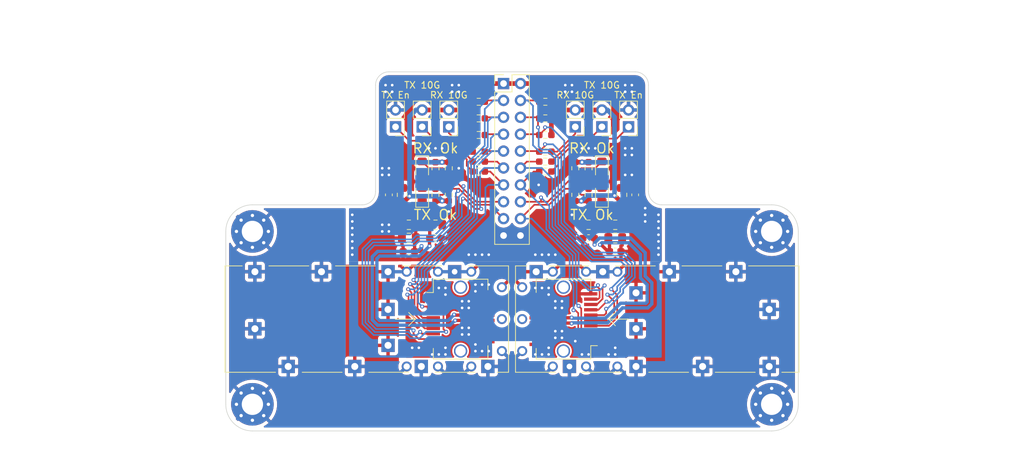
<source format=kicad_pcb>
(kicad_pcb (version 20221018) (generator pcbnew)
  (layers (0 "F.Cu" signal) (31 "B.Cu" signal) (34 "B.Paste" user) (35 "F.Paste" user) (36 "B.SilkS" user "B.Silkscreen") (37 "F.SilkS" user "F.Silkscreen") (38 "B.Mask" user) (39 "F.Mask" user) (44 "Edge.Cuts" user))
  (net 0 "")
  (net 1 "/VccT_1")
  (net 2 "GND")
  (net 3 "/VccR_1")
  (net 4 "+3V3")
  (net 5 "/VccT_2")
  (net 6 "/VccR_2")
  (net 7 "/RX_LoS_1")
  (net 8 "Net-(D1-Pad2)")
  (net 9 "/TX_Fault_1")
  (net 10 "Net-(D2-Pad2)")
  (net 11 "/RX_LoS_2")
  (net 12 "Net-(D3-Pad2)")
  (net 13 "/TX_Fault_2")
  (net 14 "Net-(D4-Pad2)")
  (net 15 "/SDA_1")
  (net 16 "/SDA_2")
  (net 17 "/SCL_1")
  (net 18 "/SCL_2")
  (net 19 "/MOD_ABS_1")
  (net 20 "/MOD_ABS_2")
  (net 21 "/RS0_1")
  (net 22 "/RS0_2")
  (net 23 "/RS1_1")
  (net 24 "/RS1_2")
  (net 25 "/TX_Disable_1")
  (net 26 "/TX_Disable_2")
  (net 27 "/D1-")
  (net 28 "/D1+")
  (net 29 "/D2+")
  (net 30 "/D2-")
  (net 31 "Net-(JP1-Pad1)")
  (net 32 "Net-(JP2-Pad1)")
  (net 33 "Net-(JP3-Pad1)")
  (net 34 "Net-(JP4-Pad1)")
  (net 35 "Net-(JP5-Pad1)")
  (net 36 "Net-(JP6-Pad1)")
  (net 37 "Earth")
  (footprint "Resistor_SMD:R_0603_1608Metric_Pad0.98x0.95mm_HandSolder" (layer "F.Cu") (at 157 83.5 180)
    (fp_text reference "R20" hide)
    (fp_text value "10k")
  )
  (footprint "Resistor_SMD:R_0603_1608Metric_Pad0.98x0.95mm_HandSolder" (layer "F.Cu") (at 140.5 92.5 90)
    (fp_text reference "R8" hide)
    (fp_text value "470")
  )
  (footprint "Connector_PinHeader_2.54mm:PinHeader_1x02_P2.54mm_Vertical" (layer "F.Cu") (at 134.5 82.275 180)
    (fp_text reference "JP1" hide)
    (fp_text value "TX_En_1")
  )
  (footprint "Capacitor_SMD:C_0603_1608Metric_Pad1.08x0.95mm_HandSolder" (layer "F.Cu") (at 167.5 101)
    (fp_text reference "C7" hide)
    (fp_text value "100n")
  )
  (footprint "Capacitor_SMD:C_0603_1608Metric_Pad1.08x0.95mm_HandSolder" (layer "F.Cu") (at 140.5 99)
    (fp_text reference "C1" hide)
    (fp_text value "100n")
  )
  (footprint "Resistor_SMD:R_0603_1608Metric_Pad0.98x0.95mm_HandSolder" (layer "F.Cu") (at 147 86 180)
    (fp_text reference "R3" hide)
    (fp_text value "470" hide)
  )
  (footprint "Inductor_SMD:L_0805_2012Metric_Pad1.15x1.40mm_HandSolder" (layer "F.Cu") (at 163.5 97 180)
    (fp_text reference "L3" hide)
    (fp_text value "1µ")
  )
  (footprint "Inductor_SMD:L_0805_2012Metric_Pad1.15x1.40mm_HandSolder" (layer "F.Cu") (at 140.5 97)
    (fp_text reference "L1" hide)
    (fp_text value "1µ")
  )
  (footprint "LED_SMD:LED_0805_2012Metric_Pad1.15x1.40mm_HandSolder" (layer "F.Cu") (at 165.5 92.5 90)
    (fp_text reference "D4" hide)
    (fp_text value "TX_Ok_2")
  )
  (footprint "Connector_PinHeader_2.54mm:PinHeader_1x02_P2.54mm_Vertical" (layer "F.Cu") (at 161.5 82.275 180)
    (fp_text reference "JP5" hide)
    (fp_text value "RX_10G_2")
  )
  (footprint "LED_SMD:LED_0805_2012Metric_Pad1.15x1.40mm_HandSolder" (layer "F.Cu") (at 138.5 92.5 90)
    (fp_text reference "D2" hide)
    (fp_text value "TX_Ok_1")
  )
  (footprint "Inductor_SMD:L_0805_2012Metric_Pad1.15x1.40mm_HandSolder" (layer "F.Cu") (at 136.5 97 180)
    (fp_text reference "L2" hide)
    (fp_text value "1µ")
  )
  (footprint "MountingHole:MountingHole_3.2mm_M3_Pad_Via" (layer "F.Cu") (at 191 98)
    (fp_text reference "H2" hide)
    (fp_text value "M3")
  )
  (footprint "Resistor_SMD:R_0603_1608Metric_Pad0.98x0.95mm_HandSolder" (layer "F.Cu") (at 147 87.5 180)
    (fp_text reference "R4" hide)
    (fp_text value "470" hide)
  )
  (footprint "Connector_PinHeader_2.54mm:PinHeader_1x02_P2.54mm_Vertical" (layer "F.Cu") (at 165.5 82.275 180)
    (fp_text reference "JP6" hide)
    (fp_text value "TX_10G_2")
  )
  (footprint "Connector:Connector_SFP_and_Cage" (layer "F.Cu") (at 153.525 111.185 180)
    (fp_text reference "J3" hide)
    (fp_text value "SFP+_2")
  )
  (footprint "Capacitor_SMD:C_0805_2012Metric_Pad1.18x1.45mm_HandSolder" (layer "F.Cu") (at 135.5 92.5 90)
    (fp_text reference "C5" hide)
    (fp_text value "10µ")
  )
  (footprint "MountingHole:MountingHole_3.2mm_M3_Pad_Via" (layer "F.Cu") (at 113 98)
    (fp_text reference "H1" hide)
    (fp_text value "M3")
  )
  (footprint "Resistor_SMD:R_0603_1608Metric_Pad0.98x0.95mm_HandSolder" (layer "F.Cu") (at 163.5 88.5 -90)
    (fp_text reference "R15" hide)
    (fp_text value "470")
  )
  (footprint "LED_SMD:LED_0805_2012Metric_Pad1.15x1.40mm_HandSolder" (layer "F.Cu") (at 138.5 88.5 -90)
    (fp_text reference "D1" hide)
    (fp_text value "RX_Ok_1")
  )
  (footprint "Resistor_SMD:R_0603_1608Metric_Pad0.98x0.95mm_HandSolder" (layer "F.Cu") (at 147 81)
    (fp_text reference "R9" hide)
    (fp_text value "10k")
  )
  (footprint "Resistor_SMD:R_0603_1608Metric_Pad0.98x0.95mm_HandSolder" (layer "F.Cu") (at 157 78.5 180)
    (fp_text reference "R17" hide)
    (fp_text value "10k")
  )
  (footprint "Capacitor_SMD:C_0805_2012Metric_Pad1.18x1.45mm_HandSolder" (layer "F.Cu") (at 167.5 99)
    (fp_text reference "C8" hide)
    (fp_text value "10µ")
  )
  (footprint "Inductor_SMD:L_0805_2012Metric_Pad1.15x1.40mm_HandSolder" (layer "F.Cu") (at 167.5 97)
    (fp_text reference "L4" hide)
    (fp_text value "1µ")
  )
  (footprint "Resistor_SMD:R_0603_1608Metric_Pad0.98x0.95mm_HandSolder" (layer "F.Cu") (at 161.5 92.5 90)
    (fp_text reference "R16" hide)
    (fp_text value "10k")
  )
  (footprint "Resistor_SMD:R_0603_1608Metric_Pad0.98x0.95mm_HandSolder" (layer "F.Cu") (at 157 87.5)
    (fp_text reference "R14" hide)
    (fp_text value "470" hide)
  )
  (footprint "Resistor_SMD:R_0603_1608Metric_Pad0.98x0.95mm_HandSolder" (layer "F.Cu") (at 157 81 180)
    (fp_text reference "R19" hide)
    (fp_text value "10k")
  )
  (footprint "Connector_PinHeader_2.54mm:PinHeader_1x02_P2.54mm_Vertical" (layer "F.Cu") (at 142.5 82.275 180)
    (fp_text reference "JP2" hide)
    (fp_text value "RX_10G_1")
  )
  (footprint "Capacitor_SMD:C_0603_1608Metric_Pad1.08x0.95mm_HandSolder" (layer "F.Cu") (at 133.5 92.5 90)
    (fp_text reference "C4" hide)
    (fp_text value "100n")
  )
  (footprint "Resistor_SMD:R_0603_1608Metric_Pad0.98x0.95mm_HandSolder" (layer "F.Cu") (at 140.5 88.5 -90)
    (fp_text reference "R5" hide)
    (fp_text value "470")
  )
  (footprint "Capacitor_SMD:C_0603_1608Metric_Pad1.08x0.95mm_HandSolder" (layer "F.Cu") (at 170.5 92.5 90)
    (fp_text reference "C9" hide)
    (fp_text value "100n")
  )
  (footprint "Capacitor_SMD:C_0603_1608Metric_Pad1.08x0.95mm_HandSolder" (layer "F.Cu") (at 136.5 101 180)
    (fp_text reference "C2" hide)
    (fp_text value "100n")
  )
  (footprint "Capacitor_SMD:C_0805_2012Metric_Pad1.18x1.45mm_HandSolder" (layer "F.Cu") (at 168.5 92.5 90)
    (fp_text reference "C10" hide)
    (fp_text value "10µ")
  )
  (footprint "Capacitor_SMD:C_0603_1608Metric_Pad1.08x0.95mm_HandSolder" (layer "F.Cu") (at 163.5 99 180)
    (fp_text reference "C6" hide)
    (fp_text value "100n")
  )
  (footprint "LED_SMD:LED_0805_2012Metric_Pad1.15x1.40mm_HandSolder" (layer "F.Cu") (at 165.5 88.5 -90)
    (fp_text reference "D3" hide)
    (fp_text value "RX_Ok_2")
  )
  (footprint "Connector:Connector_SFP_and_Cage" (layer "F.Cu") (at 150.475 111.185)
    (fp_text reference "J2" hide)
    (fp_text value "SFP+_1")
  )
  (footprint "Connector_PinHeader_2.54mm:PinHeader_1x02_P2.54mm_Vertical" (layer "F.Cu") (at 169.5 82.275 180)
    (fp_text reference "JP4" hide)
    (fp_text value "TX_En_2")
  )
  (footprint "Resistor_SMD:R_0603_1608Metric_Pad0.98x0.95mm_HandSolder" (layer "F.Cu") (at 157 89)
    (fp_text reference "R11" hide)
    (fp_text value "470")
  )
  (footprint "Resistor_SMD:R_0603_1608Metric_Pad0.98x0.95mm_HandSolder" (layer "F.Cu") (at 157 86)
    (fp_text reference "R13" hide)
    (fp_text value "470" hide)
  )
  (footprint "Connector_PinHeader_2.54mm:PinHeader_1x02_P2.54mm_Vertical" (layer "F.Cu") (at 138.5 82.275 180)
    (fp_text reference "JP3" hide)
    (fp_text value "TX_10G_1")
  )
  (footprint "Resistor_SMD:R_0603_1608Metric_Pad0.98x0.95mm_HandSolder" (layer "F.Cu") (at 161.5 88.5 -90)
    (fp_text reference "R12" hide)
    (fp_text value "10k")
  )
  (footprint "Resistor_SMD:R_0603_1608Metric_Pad0.98x0.95mm_HandSolder" (layer "F.Cu") (at 147 89 180)
    (fp_text reference "R1" hide)
    (fp_text value "470")
  )
  (footprint "Resistor_SMD:R_0603_1608Metric_Pad0.98x0.95mm_HandSolder" (layer "F.Cu") (at 142.5 92.5 90)
    (fp_text reference "R6" hide)
    (fp_text value "10k")
  )
  (footprint "MountingHole:MountingHole_3.2mm_M3_Pad_Via" (layer "F.Cu") (at 191 124)
    (fp_text reference "H3" hide)
    (fp_text value "M3")
  )
  (footprint "Capacitor_SMD:C_0805_2012Metric_Pad1.18x1.45mm_HandSolder" (layer "F.Cu") (at 136.5 99 180)
    (fp_text reference "C3" hide)
    (fp_text value "10µ")
  )
  (footprint "Resistor_SMD:R_0603_1608Metric_Pad0.98x0.95mm_HandSolder" (layer "F.Cu") (at 142.5 88.5 -90)
    (fp_text reference "R2" hide)
    (fp_text value "10k")
  )
  (footprint "Resistor_SMD:R_0603_1608Metric_Pad0.98x0.95mm_HandSolder" (layer "F.Cu") (at 163.5 92.5 90)
    (fp_text reference "R18" hide)
    (fp_text value "470")
  )
  (footprint "Connector_PinHeader_2.54mm:PinHeader_2x10_P2.54mm_Vertical" (layer "F.Cu") (at 150.725 75.76)
    (fp_text reference "J1" hide)
    (fp_text value "Host")
  )
  (footprint "Resistor_SMD:R_0603_1608Metric_Pad0.98x0.95mm_HandSolder" (layer "F.Cu") (at 147 83.5)
    (fp_text reference "R10" hide)
    (fp_text value "10k")
  )
  (footprint "MountingHole:MountingHole_3.2mm_M3_Pad_Via" (layer "F.Cu") (at 113 124)
    (fp_text reference "H4" hide)
    (fp_text value "M3")
  )
  (footprint "Resistor_SMD:R_0603_1608Metric_Pad0.98x0.95mm_HandSolder" (layer "F.Cu") (at 147 78.5)
    (fp_text reference "R7" hide)
    (fp_text value "10k")
  )
  (gr_arc (start 131.5 92) (mid 130.914214 93.414214) (end 129.5 94) (stroke (width 0.1)) (layer "Edge.Cuts"))
  (gr_line (start 131.5 92) (end 131.5 76) (stroke (width 0.1)) (layer "Edge.Cuts"))
  (gr_line (start 109 124) (end 109 98) (stroke (width 0.1)) (layer "Edge.Cuts"))
  (gr_line (start 195 98) (end 195 124) (stroke (width 0.1)) (layer "Edge.Cuts"))
  (gr_arc (start 170.5 74) (mid 171.914214 74.585786) (end 172.5 76) (stroke (width 0.1)) (layer "Edge.Cuts"))
  (gr_line (start 191 128) (end 113 128) (stroke (width 0.1)) (layer "Edge.Cuts"))
  (gr_arc (start 113 128) (mid 110.171573 126.828427) (end 109 124) (stroke (width 0.1)) (layer "Edge.Cuts"))
  (gr_line (start 174.5 94) (end 191 94) (stroke (width 0.1)) (layer "Edge.Cuts"))
  (gr_arc (start 195 124) (mid 193.828427 126.828427) (end 191 128) (stroke (width 0.1)) (layer "Edge.Cuts"))
  (gr_arc (start 174.5 94) (mid 173.085786 93.414214) (end 172.5 92) (stroke (width 0.1)) (layer "Edge.Cuts"))
  (gr_arc (start 191 94) (mid 193.828427 95.171573) (end 195 98) (stroke (width 0.1)) (layer "Edge.Cuts"))
  (gr_arc (start 131.5 76) (mid 132.085786 74.585786) (end 133.5 74) (stroke (width 0.1)) (layer "Edge.Cuts"))
  (gr_line (start 172.5 76) (end 172.5 92) (stroke (width 0.1)) (layer "Edge.Cuts"))
  (gr_arc (start 109 98) (mid 110.171573 95.171573) (end 113 94) (stroke (width 0.1)) (layer "Edge.Cuts"))
  (gr_line (start 133.5 74) (end 170.5 74) (stroke (width 0.1)) (layer "Edge.Cuts"))
  (gr_line (start 113 94) (end 129.5 94) (stroke (width 0.1)) (layer "Edge.Cuts"))
  (gr_text "TX 10G" (at 138.5 76) (layer "F.SilkS") (effects (font (size 1 1))))
  (gr_text "RX 10G" (at 161.5 77.5) (layer "F.SilkS") (effects (font (size 1 1))))
  (gr_text "TX Ok" (at 164 95.5) (layer "F.SilkS") (effects (font (size 1.5 1.5) (thickness 0.2))))
  (gr_text "TX Ok" (at 140.5 95.5) (layer "F.SilkS") (effects (font (size 1.5 1.5) (thickness 0.2))))
  (gr_text "TX 10G" (at 165.5 76) (layer "F.SilkS") (effects (font (size 1 1))))
  (gr_text "TX En" (at 134.5 77.5) (layer "F.SilkS") (effects (font (size 1 1))))
  (gr_text "TX En" (at 169.5 77.5) (layer "F.SilkS") (effects (font (size 1 1))))
  (gr_text "RX Ok" (at 164 85.5) (layer "F.SilkS") (effects (font (size 1.5 1.5) (thickness 0.2))))
  (gr_text "RX Ok" (at 140.5 85.5) (layer "F.SilkS") (effects (font (size 1.5 1.5) (thickness 0.2))))
  (gr_text "RX 10G" (at 142.5 77.5) (layer "F.SilkS") (effects (font (size 1 1))))
  (segment (start 139.6375 97.1625) (end 139.475 97) (width 0.5) (layer "F.Cu") (net 1))
  (segment (start 143.385 110.585) (end 143.3 110.5) (width 0.5) (layer "F.Cu") (net 1))
  (segment (start 139.6375 99) (end 139.6375 97.1625) (width 0.5) (layer "F.Cu") (net 1))
  (segment (start 139.6 100.2) (end 139.6 99.0375) (width 0.5) (layer "F.Cu") (net 1))
  (segment (start 139.6 99.0375) (end 139.6375 99) (width 0.5) (layer "F.Cu") (net 1))
  (segment (start 148.375 110.585) (end 143.385 110.585) (width 0.5) (layer "F.Cu") (net 1))
  (via (at 143.3 110.5) (size 0.6) (drill 0.3) (layers "F.Cu" "B.Cu") (net 1))
  (via (at 139.6 100.2) (size 0.6) (drill 0.3) (layers "F.Cu" "B.Cu") (net 1))
  (segment (start 131.7 102.1) (end 132.1 101.7) (width 0.5) (layer "B.Cu") (net 1))
  (segment (start 143.3 110.5) (end 142.4 111.4) (width 0.5) (layer "B.Cu") (net 1))
  (segment (start 132.1 111.4) (end 131.7 111) (width 0.5) (layer "B.Cu") (net 1))
  (segment (start 132.1 101.7) (end 138.1 101.7) (width 0.5) (layer "B.Cu") (net 1))
  (segment (start 142.4 111.4) (end 132.1 111.4) (width 0.5) (layer "B.Cu") (net 1))
  (segment (start 131.7 111) (end 131.7 102.1) (width 0.5) (layer "B.Cu") (net 1))
  (segment (start 138.1 101.7) (end 139.6 100.2) (width 0.5) (layer "B.Cu") (net 1))
  (via (at 141.5 85.5) (size 0.8) (drill 0.4) (layers "F.Cu" "B.Cu") (net 2))
  (via (at 142 106.5) (size 0.8) (drill 0.4) (layers "F.Cu" "B.Cu") (net 2))
  (via (at 134 76) (size 0.8) (drill 0.4) (layers "F.Cu" "B.Cu") (net 2))
  (via (at 128 101.5) (size 0.8) (drill 0.4) (layers "F.Cu" "B.Cu") (net 2))
  (via (at 143 76) (size 0.8) (drill 0.4) (layers "F.Cu" "B.Cu") (net 2))
  (via (at 128 98.5) (size 0.8) (drill 0.4) (layers "F.Cu" "B.Cu") (net 2))
  (via (at 148.5 101.5) (size 0.8) (drill 0.4) (layers "F.Cu" "B.Cu") (net 2))
  (via (at 159.5 108.5) (size 0.8) (drill 0.4) (layers "F.Cu" "B.Cu") (net 2))
  (via (at 132.5 89.5) (size 0.8) (drill 0.4) (layers "F.Cu" "B.Cu") (net 2))
  (via (at 133.5 98) (size 0.8) (drill 0.4) (layers "F.Cu" "B.Cu") (net 2))
  (via (at 143 77) (size 0.8) (drill 0.4) (layers "F.Cu" "B.Cu") (net 2))
  (via (at 157.5 101.5) (size 0.8) (drill 0.4) (layers "F.Cu" "B.Cu") (net 2))
  (via (at 163.5 85.5) (size 0.8) (drill 0.4) (layers "F.Cu" "B.Cu") (net 2))
  (via (at 161.5 114.5) (size 0.8) (drill 0.4) (layers "F.Cu" "B.Cu") (net 2))
  (via (at 158.5 108.5) (size 0.8) (drill 0.4) (layers "F.Cu" "B.Cu") (net 2))
  (via (at 158.5 114) (size 0.8) (drill 0.4) (layers "F.Cu" "B.Cu") (net 2))
  (via (at 133.5 89.5) (size 0.8) (drill 0.4) (layers "F.Cu" "B.Cu") (net 2))
  (via (at 128 100.5) (size 0.8) (drill 0.4) (layers "F.Cu" "B.Cu") (net 2))
  (via (at 146.5 106) (size 0.8) (drill 0.4) (layers "F.Cu" "B.Cu") (net 2))
  (via (at 158.5 101.5) (size 0.8) (drill 0.4) (layers "F.Cu" "B.Cu") (net 2))
  (via (at 159.5 114) (size 0.8) (drill 0.4) (layers "F.Cu" "B.Cu") (net 2))
  (via (at 146.5 107) (size 0.8) (drill 0.4) (layers "F.Cu" "B.Cu") (net 2))
  (via (at 158.5 109.5) (size 0.8) (drill 0.4) (layers "F.Cu" "B.Cu") (net 2))
  (via (at 162.5 85.5) (size 0.8) (drill 0.4) (layers "F.Cu" "B.Cu") (net 2))
  (via (at 133.5 97) (size 0.8) (drill 0.4) (layers "F.Cu" "B.Cu") (net 2))
  (via (at 141 106.5) (size 0.8) (drill 0.4) (layers "F.Cu" "B.Cu") (net 2))
  (via (at 133 77) (size 0.8) (drill 0.4) (layers "F.Cu" "B.Cu") (net 2))
  (via (at 170 76) (size 0.8) (drill 0.4) (layers "F.Cu" "B.Cu") (net 2))
  (via (at 128 97.5) (size 0.8) (drill 0.4) (layers "F.Cu" "B.Cu") (net 2))
  (via (at 174 101.5) (size 0.8) (drill 0.4) (layers "F.Cu" "B.Cu") (net 2))
  (via (at 138 115.5) (size 0.8) (drill 0.4) (layers "F.Cu" "B.Cu") (net 2))
  (via (at 160 77) (size 0.8) (drill 0.4) (layers "F.Cu" "B.Cu") (net 2))
  (via (at 159.5 113) (size 0.8) (drill 0.4) (layers "F.Cu" "B.Cu") (net 2))
  (via (at 147.5 116) (size 0.8) (drill 0.4) (layers "F.Cu" "B.Cu") (net 2))
  (via (at 174 96.5) (size 0.8) (drill 0.4) (layers "F.Cu" "B.Cu") (net 2))
  (via (at 161 95.5) (size 0.8) (drill 0.4) (layers "F.Cu" "B.Cu") (net 2))
  (via (at 144 88.5) (size 0.8) (drill 0.4) (layers "F.Cu" "B.Cu") (net 2))
  (via (at 148.5 106) (size 0.8) (drill 0.4) (layers "F.Cu" "B.Cu") (net 2))
  (via (at 144.5 109.5) (size 0.8) (drill 0.4) (layers "F.Cu" "B.Cu") (net 2))
  (via (at 128 95.5) (size 0.8) (drill 0.4) (layers "F.Cu" "B.Cu") (net 2))
  (via (at 161 77) (size 0.8) (drill 0.4) (layers "F.Cu" "B.Cu") (net 2))
  (via (at 132.5 88.5) (size 0.8) (drill 0.4) (layers "F.Cu" "B.Cu") (net 2))
  (via (at 169 86.5) (size 0.8) (drill 0.4) (layers "F.Cu" "B.Cu") (net 2))
  (via (at 172 96.5) (size 0.8) (drill 0.4) (layers "F.Cu" "B.Cu") (net 2))
  (via (at 146.5 116) (size 0.8) (drill 0.4) (layers "F.Cu" "B.Cu") (net 2))
  (via (at 145.5 113.5) (size 0.8) (drill 0.4) (layers "F.Cu" "B.Cu") (net 2))
  (via (at 146.5 101.5) (size 0.8) (drill 0.4) (layers "F.Cu" "B.Cu") (net 2))
  (via (at 144 77) (size 0.8) (drill 0.4) (layers "F.Cu" "B.Cu") (net 2))
  (via (at 170 77) (size 0.8) (drill 0.4) (layers "F.Cu" "B.Cu") (net 2))
  (via (at 148.5 116) (size 0.8) (drill 0.4) (layers "F.Cu" "B.Cu") (net 2))
  (via (at 174 99.5) (size 0.8) (drill 0.4) (layers "F.Cu" "B.Cu") (net 2))
  (via (at 147.5 101.5) (size 0.8) (drill 0.4) (layers "F.Cu" "B.Cu") (net 2))
  (via (at 142 107.5) (size 0.8) (drill 0.4) (layers "F.Cu" "B.Cu") (net 2))
  (via (at 132.5 97) (size 0.8) (drill 0.4) (layers "F.Cu" "B.Cu") (net 2))
  (via (at 167.5 115.5) (size 0.8) (drill 0.4) (layers "F.Cu" "B.Cu") (net 2))
  (via (at 142.5 95) (size 0.8) (drill 0.4) (layers "F.Cu" "B.Cu") (net 2))
  (via (at 159.5 109.5) (size 0.8) (drill 0.4) (layers "F.Cu" "B.Cu") (net 2))
  (via (at 146.5 115) (size 0.8) (drill 0.4) (layers "F.Cu" "B.Cu") (net 2))
  (via (at 155.5 116.5) (size 0.8) (drill 0.4) (layers "F.Cu" "B.Cu") (net 2))
  (via (at 174 98.5) (size 0.8) (drill 0.4) (layers "F.Cu" "B.Cu") (net 2))
  (via (at 145.5 112.5) (size 0.8) (drill 0.4) (layers "F.Cu" "B.Cu") (net 2))
  (via (at 174 97.5) (size 0.8) (drill 0.4) (layers "F.Cu" "B.Cu") (net 2))
  (via (at 133 76) (size 0.8) (drill 0.4) (layers "F.Cu" "B.Cu") (net 2))
  (via (at 140.5 85.5) (size 0.8) (drill 0.4) (layers "F.Cu" "B.Cu") (net 2))
  (via (at 158.5 113) (size 0.8) (drill 0.4) (layers "F.Cu" "B.Cu") (net 2))
  (via (at 170 86.5) (size 0.8) (drill 0.4) (layers "F.Cu" "B.Cu") (net 2))
  (via (at 169 76) (size 0.8) (drill 0.4) (layers "F.Cu" "B.Cu") (net 2))
  (via (at 174 95.5) (size 0.8) (drill 0.4) (layers "F.Cu" "B.Cu") (net 2))
  (via (at 167.5 116.5) (size 0.8) (drill 0.4) (layers "F.Cu" "B.Cu") (net 2))
  (via (at 145.5 101.5) (size 0.8) (drill 0.4) (layers "F.Cu" "B.Cu") (net 2))
  (via (at 132.5 98) (size 0.8) (drill 0.4) (layers "F.Cu" "B.Cu") (net 2))
  (via (at 128 99.5) (size 0.8) (drill 0.4) (layers "F.Cu" "B.Cu") (net 2))
  (via (at 166.5 116.5) (size 0.8) (drill 0.4) (layers "F.Cu" "B.Cu") (net 2))
  (via (at 141 116.5) (size 0.8) (drill 0.4) (layers "F.Cu" "B.Cu") (net 2))
  (via (at 140 116.5) (size 0.8) (drill 0.4) (layers "F.Cu" "B.Cu") (net 2))
  (via (at 147.5 106) (size 0.8) (drill 0.4) (layers "F.Cu" "B.Cu") (net 2))
  (via (at 169 77) (size 0.8) (drill 0.4) (layers "F.Cu" "B.Cu") (net 2))
  (via (at 142 115.5) (size 0.8) (drill 0.4) (layers "F.Cu" "B.Cu") (net 2))
  (via (at 155.5 106.5) (size 0.8) (drill 0.4) (layers "F.Cu" "B.Cu") (net 2))
  (via (at 145.5 109.5) (size 0.8) (drill 0.4) (layers "F.Cu" "B.Cu") (net 2))
  (via (at 128 96.5) (size 0.8) (drill 0.4) (layers "F.Cu" "B.Cu") (net 2))
  (via (at 163.5 116.5) (size 0.8) (drill 0.4) (layers "F.Cu" "B.Cu") (net 2))
  (via (at 155.5 101.5) (size 0.8) (drill 0.4) (layers "F.Cu" "B.Cu") (net 2))
  (via (at 172 95.5) (size 0.8) (drill 0.4) (layers "F.Cu" "B.Cu") (net 2))
  (via (at 144 76) (size 0.8) (drill 0.4) (layers "F.Cu" "B.Cu") (net 2))
  (via (at 139.5 85.5) (size 0.8) (drill 0.4) (layers "F.Cu" "B.Cu") (net 2))
  (via (at 134 77) (size 0.8) (drill 0.4) (layers "F.Cu" "B.Cu") (net 2))
  (via (at 157.5 107.5) (size 0.8) (drill 0.4) (layers "F.Cu" "B.Cu") (net 2))
  (via (at 142 116.5) (size 0.8) (drill 0.4) (layers "F.Cu" "B.Cu") (net 2))
  (via (at 156.5 116.5) (size 0.8) (drill 0.4) (layers "F.Cu" "B.Cu") (net 2))
  (via (at 157.5 115.5) (size 0.8) (drill 0.4) (layers "F.Cu" "B.Cu") (net 2))
  (via (at 169 85.5) (size 0.8) (drill 0.4) (layers "F.Cu" "B.Cu") (net 2))
  (via (at 156.5 101.5) (size 0.8) (drill 0.4) (layers "F.Cu" "B.Cu") (net 2))
  (via (at 170 89.5) (size 0.8) (drill 0.4) (layers "F.Cu" "B.Cu") (net 2))
  (via (at 156.5 106.5) (size 0.8) (drill 0.4) (layers "F.Cu" "B.Cu") (net 2))
  (via (at 164.5 85.5) (size 0.8) (drill 0.4) (layers "F.Cu" "B.Cu") (net 2))
  (via (at 157.5 106.5) (size 0.8) (drill 0.4) (layers "F.Cu" "B.Cu") (net 2))
  (via (at 144.5 112.5) (size 0.8) (drill 0.4) (layers "F.Cu" "B.Cu") (net 2))
  (via (at 161 76) (size 0.8) (drill 0.4) (layers "F.Cu" "B.Cu") (net 2))
  (via (at 133.5 88.5) (size 0.8) (drill 0.4) (layers "F.Cu" "B.Cu") (net 2))
  (via (at 157.5 116.5) (size 0.8) (drill 0.4) (layers "F.Cu" "B.Cu") (net 2))
  (via (at 162.5 116.5) (size 0.8) (drill 0.4) (layers "F.Cu" "B.Cu") (net 2))
  (via (at 160 76) (size 0.8) (drill 0.4) (layers "F.Cu" "B.Cu") (net 2))
  (via (at 144.5 113.5) (size 0.8) (drill 0.4) (layers "F.Cu" "B.Cu") (net 2))
  (via (at 137 115.5) (size 0.8) (drill 0.4) (layers "F.Cu" "B.Cu") (net 2))
  (via (at 156 91) (size 0.8) (drill 0.4) (layers "F.Cu" "B.Cu") (net 2))
  (via (at 170 85.5) (size 0.8) (drill 0.4) (layers "F.Cu" "B.Cu") (net 2))
  (via (at 145.5 108.5) (size 0.8) (drill 0.4) (layers "F.Cu" "B.Cu") (net 2))
  (via (at 172 94.5) (size 0.8) (drill 0.4) (layers "F.Cu" "B.Cu") (net 2))
  (via (at 144.5 108.5) (size 0.8) (drill 0.4) (layers "F.Cu" "B.Cu") (net 2))
  (via (at 174 100.5) (size 0.8) (drill 0.4) (layers "F.Cu" "B.Cu") (net 2))
  (via (at 169 89.5) (size 0.8) (drill 0.4) (layers "F.Cu" "B.Cu") (net 2))
  (segment (start 159.5 102.5) (end 158.5 101.5) (width 0.5) (layer "B.Cu") (net 2))
  (segment (start 159.5 104.5) (end 159.5 102.5) (width 0.5) (layer "B.Cu") (net 2))
  (segment (start 157.5 106.5) (end 159.5 104.5) (width 0.5) (layer "B.Cu") (net 2))
  (segment (start 137.3625 99.175) (end 137.5375 99) (width 0.5) (layer "F.Cu") (net 3))
  (segment (start 137.5375 99) (end 137.5375 97.0125) (width 0.5) (layer "F.Cu") (net 3))
  (segment (start 143.474954 111.385) (end 143.463742 111.396212) (width 0.5) (layer "F.Cu") (net 3))
  (segment (start 148.375 111.385) (end 143.474954 111.385) (width 0.5) (layer "F.Cu") (net 3))
  (segment (start 137.3625 101) (end 137.3625 99.175) (width 0.5) (layer "F.Cu") (net 3))
  (segment (start 138.4 100.7) (end 138.1 101) (width 0.5) (layer "F.Cu") (net 3))
  (segment (start 137.5375 97.0125) (end 137.525 97) (width 0.5) (layer "F.Cu") (net 3))
  (segment (start 138.1 101) (end 137.3625 101) (width 0.5) (layer "F.Cu") (net 3))
  (segment (start 138.4 100.2) (end 138.4 100.7) (width 0.5) (layer "F.Cu") (net 3))
  (via (at 138.4 100.2) (size 0.6) (drill 0.3) (layers "F.Cu" "B.Cu") (net 3))
  (via (at 143.463742 111.396212) (size 0.6) (drill 0.3) (layers "F.Cu" "B.Cu") (net 3))
  (segment (start 137.9 100.9) (end 138.4 100.4) (width 0.5) (layer "B.Cu") (net 3))
  (segment (start 143.463742 111.396212) (end 143.393058 111.396212) (width 0.5) (layer "B.Cu") (net 3))
  (segment (start 131.81025 101.00048) (end 137.79952 101.00048) (width 0.5) (layer "B.Cu") (net 3))
  (segment (start 131.000481 101.810249) (end 131.81025 101.00048) (width 0.5) (layer "B.Cu") (net 3))
  (segment (start 131.810249 112.099519) (end 131.000481 111.289751) (width 0.5) (layer "B.Cu") (net 3))
  (segment (start 131.000481 111.289751) (end 131.000481 101.810249) (width 0.5) (layer "B.Cu") (net 3))
  (segment (start 142.68975 112.09952) (end 131.810249 112.099519) (width 0.5) (layer "B.Cu") (net 3))
  (segment (start 143.393058 111.396212) (end 142.68975 112.09952) (width 0.5) (layer "B.Cu") (net 3))
  (segment (start 137.79952 101.00048) (end 137.9 100.9) (width 0.5) (layer "B.Cu") (net 3))
  (segment (start 138.4 100.4) (end 138.4 100.2) (width 0.5) (layer "B.Cu") (net 3))
  (segment (start 147.84 75.76) (end 150.725 75.76) (width 0.7) (layer "F.Cu") (net 4))
  (segment (start 135.5 93.5375) (end 135.7625 93.5375) (width 0.7) (layer "F.Cu") (net 4))
  (segment (start 138.5 79.735) (end 142.5 79.735) (width 0.7) (layer "F.Cu") (net 4))
  (segment (start 170.5 95.1) (end 170.5 93.3625) (width 0.7) (layer "F.Cu") (net 4))
  (segment (start 146.04 79.735) (end 146.0875 79.6875) (width 0.7) (layer "F.Cu") (net 4))
  (segment (start 163.175 95.625) (end 168.525 95.625) (width 0.7) (layer "F.Cu") (net 4))
  (segment (start 146.0875 81) (end 146.0875 79.6875) (width 0.7) (layer "F.Cu") (net 4))
  (segment (start 142.4875 93.4) (end 142.5 93.4125) (width 0.7) (layer "F.Cu") (net 4))
  (segment (start 162.475 96.325) (end 163.175 95.625) (width 0.7) (layer "F.Cu") (net 4))
  (segment (start 135.7 95.5) (end 135.675 95.525) (width 0.7) (layer "F.Cu") (net 4))
  (segment (start 163.5 87.5875) (end 162.5125 87.5875) (width 0.7) (layer "F.Cu") (net 4))
  (segment (start 162.4125 93.4125) (end 161.5 93.4125) (width 0.7) (layer "F.Cu") (net 4))
  (segment (start 168.525 95.625) (end 169.975 95.625) (width 0.7) (layer "F.Cu") (net 4))
  (segment (start 146.0875 79.6875) (end 146.0875 78.5) (width 0.7) (layer "F.Cu") (net 4))
  (segment (start 140.5125 93.4) (end 140.5 93.4125) (width 0.7) (layer "F.Cu") (net 4))
  (segment (start 141.1 95.5) (end 135.7 95.5) (width 0.7) (layer "F.Cu") (net 4))
  (segment (start 135.475 97) (end 135.475 95.525) (width 0.7) (layer "F.Cu") (net 4))
  (segment (start 135.675 95.525) (end 135.475 95.525) (width 0.7) (layer "F.Cu") (net 4))
  (segment (start 141.5 93.4) (end 140.5125 93.4) (width 0.7) (layer "F.Cu") (net 4))
  (segment (start 157.9125 77.1625) (end 157.9125 78.5) (width 0.7) (layer "F.Cu") (net 4))
  (segment (start 146.0875 78.5) (end 146.0875 77.5125) (width 0.7) (layer "F.Cu") (net 4))
  (segment (start 158.09 79.735) (end 157.9125 79.9125) (width 0.7) (layer "F.Cu") (net 4))
  (segment (start 133.5 93.3625) (end 135.325 93.3625) (width 0.7) (layer "F.Cu") (net 4))
  (segment (start 161.5 79.735) (end 158.09 79.735) (width 0.7) (layer "F.Cu") (net 4))
  (segment (start 146.0875 77.5125) (end 147.84 75.76) (width 0.7) (layer "F.Cu") (net 4))
  (segment (start 142.5 87.5875) (end 140.5 87.5875) (width 0.7) (layer "F.Cu") (net 4))
  (segment (start 157.9125 83.5) (end 157.9125 81) (width 0.7) (layer "F.Cu") (net 4))
  (segment (start 168.525 97) (end 168.525 95.625) (width 0.7) (layer "F.Cu") (net 4))
  (segment (start 168.5 93.5375) (end 168.3375 93.5375) (width 0.7) (layer "F.Cu") (net 4))
  (segment (start 156.51 75.76) (end 157.9125 77.1625) (width 0.7) (layer "F.Cu") (net 4))
  (segment (start 162.5125 87.5875) (end 161.5 87.5875) (width 0.7) (layer "F.Cu") (net 4))
  (segment (start 135.7625 93.5375) (end 136.6 92.7) (width 0.7) (layer "F.Cu") (net 4))
  (segment (start 169.975 95.625) (end 170.5 95.1) (width 0.7) (layer "F.Cu") (net 4))
  (segment (start 163.5 93.4125) (end 162.4125 93.4125) (width 0.7) (layer "F.Cu") (net 4))
  (segment (start 157.9125 81) (end 157.9125 79.9125) (width 0.7) (layer "F.Cu") (net 4))
  (segment (start 153.265 75.76) (end 156.51 75.76) (width 0.7) (layer "F.Cu") (net 4))
  (segment (start 168.5 93.5375) (end 170.325 93.5375) (width 0.7) (layer "F.Cu") (net 4))
  (segment (start 142.5 79.735) (end 146.04 79.735) (width 0.7) (layer "F.Cu") (net 4))
  (segment (start 141.525 95.925) (end 141.1 95.5) (width 0.7) (layer "F.Cu") (net 4))
  (segment (start 161.5 79.735) (end 165.5 79.735) (width 0.7) (layer "F.Cu") (net 4))
  (segment (start 168.3375 93.5375) (end 167.4 92.6) (width 0.7) (layer "F.Cu") (net 4))
  (segment (start 153.265 75.76) (end 150.725 75.76) (width 0.7) (layer "F.Cu") (net 4))
  (segment (start 134.325 95.525) (end 133.5 94.7) (width 0.7) (layer "F.Cu") (net 4))
  (segment (start 141.525 97) (end 141.525 95.925) (width 0.7) (layer "F.Cu") (net 4))
  (segment (start 135.325 93.3625) (end 135.5 93.5375) (width 0.7) (layer "F.Cu") (net 4))
  (segment (start 141.5 93.4) (end 142.4875 93.4) (width 0.7) (layer "F.Cu") (net 4))
  (segment (start 157.9125 79.9125) (end 157.9125 78.5) (width 0.7) (layer "F.Cu") (net 4))
  (segment (start 146.0875 83.5) (end 146.0875 81) (width 0.7) (layer "F.Cu") (net 4))
  (segment (start 135.475 95.525) (end 134.325 95.525) (width 0.7) (layer "F.Cu") (net 4))
  (segment (start 170.325 93.5375) (end 170.5 93.3625) (width 0.7) (layer "F.Cu") (net 4))
  (segment (start 162.475 97) (end 162.475 96.325) (width 0.7) (layer "F.Cu") (net 4))
  (segment (start 133.5 94.7) (end 133.5 93.3625) (width 0.7) (layer "F.Cu") (net 4))
  (via (at 162.5125 87.5875) (size 0.8) (drill 0.4) (layers "F.Cu" "B.Cu") (net 4))
  (via (at 136.6 92.7) (size 0.8) (drill 0.4) (layers "F.Cu" "B.Cu") (net 4))
  (via (at 141.5 93.4) (size 0.8) (drill 0.4) (layers "F.Cu" "B.Cu") (net 4))
  (via (at 167.4 92.6) (size 0.8) (drill 0.4) (layers "F.Cu" "B.Cu") (net 4))
  (via (at 141.4875 87.5875) (size 0.8) (drill 0.4) (layers "F.Cu" "B.Cu") (net 4))
  (via (at 162.4125 93.4125) (size 0.8) (drill 0.4) (layers "F.Cu" "B.Cu") (net 4))
  (segment (start 167.4 87.4) (end 167.2 87.6) (width 0.7) (layer "B.Cu") (net 4))
  (segment (start 141.475 87.6) (end 136.6 87.6) (width 0.7) (layer "B.Cu") (net 4))
  (segment (start 166.335 79.735) (end 165.5 79.735) (width 0.7) (layer "B.Cu") (net 4))
  (segment (start 137.565 79.735) (end 138.5 79.735) (width 0.7) (layer "B.Cu") (net 4))
  (segment (start 140.8 92.7) (end 136.6 92.7) (width 0.7) (layer "B.Cu") (net 4))
  (segment (start 136.6 92.7) (end 136.6 87.6) (width 0.7) (layer "B.Cu") (net 4))
  (segment (start 162.525 87.6) (end 162.5125 87.5875) (width 0.7) (layer "B.Cu") (net 4))
  (segment (start 167.4 87.4) (end 167.4 80.8) (width 0.7) (layer "B.Cu") (net 4))
  (segment (start 136.6 80.7) (end 137.565 79.735) (width 0.7) (layer "B.Cu") (net 4))
  (segment (start 163.225 92.6) (end 162.4125 93.4125) (width 0.7) (layer "B.Cu") (net 4))
  (segment (start 167.4 92.6) (end 163.225 92.6) (width 0.7) (layer "B.Cu") (net 4))
  (segment (start 167.4 80.8) (end 166.335 79.735) (width 0.7) (layer "B.Cu") (net 4))
  (segment (start 141.5 93.4) (end 140.8 92.7) (width 0.7) (layer "B.Cu") (net 4))
  (segment (start 167.2 87.6) (end 162.525 87.6) (width 0.7) (layer "B.Cu") (net 4))
  (segment (start 141.4875 87.5875) (end 141.475 87.6) (width 0.7) (layer "B.Cu") (net 4))
  (segment (start 136.6 87.6) (end 136.6 80.7) (width 0.7) (layer "B.Cu") (net 4))
  (segment (start 167.4 92.6) (end 167.4 87.4) (width 0.7) (layer "B.Cu") (net 4))
  (segment (start 160.95 111.85) (end 160.885 111.785) (width 0.5) (layer "F.Cu") (net 5))
  (segment (start 164.3625 99) (end 164.3625 97.1625) (width 0.5) (layer "F.Cu") (net 5))
  (segment (start 164.3625 99.962003) (end 164.3625 99) (width 0.5) (layer "F.Cu") (net 5))
  (segment (start 160.885 111.785) (end 155.625 111.785) (width 0.5) (layer "F.Cu") (net 5))
  (segment (start 164.400497 100) (end 164.3625 99.962003) (width 0.5) (layer "F.Cu") (net 5))
  (segment (start 164.3625 97.1625) (end 164.525 97) (width 0.5) (layer "F.Cu") (net 5))
  (via (at 164.400497 100) (size 0.6) (drill 0.3) (layers "F.Cu" "B.Cu") (net 5))
  (via (at 160.95 111.85) (size 0.6) (drill 0.3) (layers "F.Cu" "B.Cu") (net 5))
  (segment (start 161.05048 111.74952) (end 160.95 111.85) (width 0.5) (layer "B.Cu") (net 5))
  (segment (start 171.99952 101.19952) (end 171.99952 104.721228) (width 0.5) (layer "B.Cu") (net 5))
  (segment (start 169.800001 99.000001) (end 171.99952 101.19952) (width 0.5) (layer "B.Cu") (net 5))
  (segment (start 172.999519 108.889751) (end 172.38975 109.49952) (width 0.5) (layer "B.Cu") (net 5))
  (segment (start 172.999519 105.721227) (end 172.999519 108.889751) (width 0.5) (layer "B.Cu") (net 5))
  (segment (start 165.14003 99) (end 169.800001 99.000001) (width 0.5) (layer "B.Cu") (net 5))
  (segment (start 166.35048 111.74952) (end 161.05048 111.74952) (width 0.5) (layer "B.Cu") (net 5))
  (segment (start 168.60048 109.49952) (end 166.35048 111.74952) (width 0.5) (layer "B.Cu") (net 5))
  (segment (start 164.450489 99.950008) (end 164.450489 99.689541) (width 0.5) (layer "B.Cu") (net 5))
  (segment (start 164.400497 100) (end 164.450489 99.950008) (width 0.5) (layer "B.Cu") (net 5))
  (segment (start 172.38975 109.49952) (end 168.60048 109.49952) (width 0.5) (layer "B.Cu") (net 5))
  (segment (start 171.99952 104.721228) (end 172.999519 105.721227) (width 0.5) (layer "B.Cu") (net 5))
  (segment (start 164.450489 99.689541) (end 165.14003 99) (width 0.5) (layer "B.Cu") (net 5))
  (segment (start 166.475 97) (end 166.475 98.9875) (width 0.5) (layer "F.Cu") (net 6))
  (segment (start 166.6375 101) (end 166.6375 99.175) (width 0.5) (layer "F.Cu") (net 6))
  (segment (start 165.2 100) (end 165.4 100) (width 0.5) (layer "F.Cu") (net 6))
  (segment (start 166.475 98.9875) (end 166.4625 99) (width 0.5) (layer "F.Cu") (net 6))
  (segment (start 165.4 100) (end 166.4 101) (width 0.5) (layer "F.Cu") (net 6))
  (segment (start 160.915 110.985) (end 155.625 110.985) (width 0.5) (layer "F.Cu") (net 6))
  (segment (start 166.4 101) (end 166.6375 101) (width 0.5) (layer "F.Cu") (net 6))
  (segment (start 166.6375 99.175) (end 166.4625 99) (width 0.5) (layer "F.Cu") (net 6))
  (segment (start 160.95 110.95) (end 160.915 110.985) (width 0.5) (layer "F.Cu") (net 6))
  (via (at 160.95 110.95) (size 0.6) (drill 0.3) (layers "F.Cu" "B.Cu") (net 6))
  (via (at 165.2 100) (size 0.6) (drill 0.3) (layers "F.Cu" "B.Cu") (net 6))
  (segment (start 169.51025 99.69952) (end 171.3 101.48927) (width 0.5) (layer "B.Cu") (net 6))
  (segment (start 165.2 100) (end 165.50048 99.69952) (width 0.5) (layer "B.Cu") (net 6))
  (segment (start 172.3 106.010978) (end 172.3 108.6) (width 0.5) (layer "B.Cu") (net 6))
  (segment (start 171.3 101.48927) (end 171.3 105.010978) (width 0.5) (layer "B.Cu") (net 6))
  (segment (start 172.1 108.8) (end 168.3 108.8) (width 0.5) (layer "B.Cu") (net 6))
  (segment (start 172.3 108.6) (end 172.1 108.8) (width 0.5) (layer "B.Cu") (net 6))
  (segment (start 165.50048 99.69952) (end 169.51025 99.69952) (width 0.5) (layer "B.Cu") (net 6))
  (segment (start 171.3 105.010978) (end 172.3 106.010978) (width 0.5) (layer "B.Cu") (net 6))
  (segment (start 161.05 111.05) (end 160.95 110.95) (width 0.5) (layer "B.Cu") (net 6))
  (segment (start 166.05 111.05) (end 161.05 111.05) (width 0.5) (layer "B.Cu") (net 6))
  (segment (start 168.3 108.8) (end 166.05 111.05) (width 0.5) (layer "B.Cu") (net 6))
  (segment (start 144.49375 91.40625) (end 142.5 89.4125) (width 0.25) (layer "F.Cu") (net 7))
  (segment (start 140.175 113.385) (end 138.485 113.385) (width 0.25) (layer "F.Cu") (net 7))
  (segment (start 139.525 88.5) (end 138.5 87.475) (width 0.25) (layer "F.Cu") (net 7))
  (segment (start 150.725 93.54) (end 146.6275 93.54) (width 0.25) (layer "F.Cu") (net 7))
  (segment (start 144.49375 91.40625) (end 144.7 91.2) (width 0.25) (layer "F.Cu") (net 7))
  (segment (start 142.5 89.4125) (end 141.5875 88.5) (width 0.25) (layer "F.Cu") (net 7))
  (segment (start 138.485 113.385) (end 138.2 113.1) (width 0.25) (layer "F.Cu") (net 7))
  (segment (start 141.5875 88.5) (end 139.525 88.5) (width 0.25) (layer "F.Cu") (net 7))
  (segment (start 146.6275 93.54) (end 144.49375 91.40625) (width 0.25) (layer "F.Cu") (net 7))
  (via (at 138.2 113.1) (size 0.6) (drill 0.3) (layers "F.Cu" "B.Cu") (net 7))
  (via (at 144.7 91.2) (size 0.6) (drill 0.3) (layers "F.Cu" "B.Cu") (net 7))
  (segment (start 131.386076 113.123558) (end 136.423558 113.123558) (width 0.25) (layer "B.Cu") (net 7))
  (segment (start 137.813802 99.05048) (end 137.213802 99.65048) (width 0.25) (layer "B.Cu") (net 7))
  (segment (start 144.7 92.116807) (end 144.009791 92.807016) (width 0.25) (layer "B.Cu") (net 7))
  (segment (start 144.009791 95.583205) (end 144 95.592997) (width 0.25) (layer "B.Cu") (net 7))
  (segment (start 144.009791 92.807016) (end 144.009791 95.583205) (width 0.25) (layer "B.Cu") (net 7))
  (segment (start 144 95.592997) (end 140.542517 99.05048) (width 0.25) (layer "B.Cu") (net 7))
  (segment (start 137.213802 99.65048) (end 131.113802 99.65048) (width 0.25) (layer "B.Cu") (net 7))
  (segment (start 131.113802 99.65048) (end 129.976441 100.787842) (width 0.25) (layer "B.Cu") (net 7))
  (segment (start 136.9 113.6) (end 137.7 113.6) (width 0.25) (layer "B.Cu") (net 7))
  (segment (start 144.7 91.2) (end 144.7 92.116807) (width 0.25) (layer "B.Cu") (net 7))
  (segment (start 136.423558 113.123558) (end 136.9 113.6) (width 0.25) (layer "B.Cu") (net 7))
  (segment (start 137.7 113.6) (end 138.2 113.1) (width 0.25) (layer "B.Cu") (net 7))
  (segment (start 129.976441 100.787842) (end 129.976441 111.713921) (width 0.25) (layer "B.Cu") (net 7))
  (segment (start 140.542517 99.05048) (end 137.813802 99.05048) (width 0.25) (layer "B.Cu") (net 7))
  (segment (start 129.976441 111.713921) (end 131.386076 113.123558) (width 0.25) (layer "B.Cu") (net 7))
  (segment (start 140.3875 89.525) (end 140.5 89.4125) (width 0.25) (layer "F.Cu") (net 8))
  (segment (start 138.5 89.525) (end 140.3875 89.525) (width 0.25) (layer "F.Cu") (net 8))
  (segment (start 148.63452 93.98952) (end 146.441302 93.98952) (width 0.25) (layer "F.Cu") (net 9))
  (segment (start 139.525 92.5) (end 141.5875 92.5) (width 0.25) (layer "F.Cu") (net 9))
  (segment (start 138.5 93.525) (end 139.525 92.5) (width 0.25) (layer "F.Cu") (net 9))
  (segment (start 144.039282 91.5875) (end 142.5 91.5875) (width 0.25) (layer "F.Cu") (net 9))
  (segment (start 144.039282 91.760718) (end 143.9 91.9) (width 0.25) (layer "F.Cu") (net 9))
  (segment (start 141.7 112.7) (end 142.1 113.1) (width 0.25) (layer "F.Cu") (net 9))
  (segment (start 141.5875 92.5) (end 142.5 91.5875) (width 0.25) (layer "F.Cu") (net 9))
  (segment (start 141.7 108.86) (end 141.7 112.7) (width 0.25) (layer "F.Cu") (net 9))
  (segment (start 144.039282 91.5875) (end 144.039282 91.760718) (width 0.25) (layer "F.Cu") (net 9))
  (segment (start 150.725 96.08) (end 148.63452 93.98952) (width 0.25) (layer "F.Cu") (net 9))
  (segment (start 141.425 108.585) (end 141.7 108.86) (width 0.25) (layer "F.Cu") (net 9))
  (segment (start 140.175 108.585) (end 141.425 108.585) (width 0.25) (layer "F.Cu") (net 9))
  (segment (start 146.441302 93.98952) (end 144.039282 91.5875) (width 0.25) (layer "F.Cu") (net 9))
  (via (at 142.1 113.1) (size 0.6) (drill 0.3) (layers "F.Cu" "B.Cu") (net 9))
  (via (at 143.9 91.9) (size 0.6) (drill 0.3) (layers "F.Cu" "B.Cu") (net 9))
  (segment (start 130.927604 99.20096) (end 129.526921 100.601645) (width 0.25) (layer "B.Cu") (net 9))
  (segment (start 143.9 91.9) (end 143.560271 92.239729) (width 0.25) (layer "B.Cu") (net 9))
  (segment (start 143.560271 92.239729) (end 143.560271 95.397008) (width 0.25) (layer "B.Cu") (net 9))
  (segment (start 129.526921 111.900118) (end 131.199879 113.573078) (width 0.25) (layer "B.Cu") (net 9))
  (segment (start 137.027604 99.20096) (end 130.927604 99.20096) (width 0.25) (layer "B.Cu") (net 9))
  (segment (start 136.23736 113.573078) (end 136.713803 114.04952) (width 0.25) (layer "B.Cu") (net 9))
  (segment (start 143.560271 95.397008) (end 140.356319 98.60096) (width 0.25) (layer "B.Cu") (net 9))
  (segment (start 139.1 113.1) (end 142.1 113.1) (width 0.25) (layer "B.Cu") (net 9))
  (segment (start 131.199879 113.573078) (end 136.23736 113.573078) (width 0.25) (layer "B.Cu") (net 9))
  (segment (start 140.356319 98.60096) (end 137.627604 98.60096) (width 0.25) (layer "B.Cu") (net 9))
  (segment (start 137.627604 98.60096) (end 137.027604 99.20096) (width 0.25) (layer "B.Cu") (net 9))
  (segment (start 136.713803 114.04952) (end 138.15048 114.04952) (width 0.25) (layer "B.Cu") (net 9))
  (segment (start 138.15048 114.04952) (end 139.1 113.1) (width 0.25) (layer "B.Cu") (net 9))
  (segment (start 129.526921 100.601645) (end 129.526921 111.900118) (width 0.25) (layer "B.Cu") (net 9))
  (segment (start 140.5 91.5875) (end 138.6125 91.5875) (width 0.25) (layer "F.Cu") (net 10))
  (segment (start 138.6125 91.5875) (end 138.5 91.475) (width 0.25) (layer "F.Cu") (net 10))
  (segment (start 156.35 93.5) (end 156.39 93.54) (width 0.25) (layer "F.Cu") (net 11))
  (segment (start 165.9 106.1) (end 165.9 106.124614) (width 0.25) (layer "F.Cu") (net 11))
  (segment (start 156.35 92.9) (end 156.35 93.5) (width 0.25) (layer "F.Cu") (net 11))
  (segment (start 157.3725 93.54) (end 161.5 89.4125) (width 0.25) (layer "F.Cu") (net 11))
  (segment (start 165.9 106.1) (end 165.599031 106.400969) (width 0.25) (layer "F.Cu") (net 11))
  (segment (start 164.759739 108.985) (end 163.825 108.985) (width 0.25) (layer "F.Cu") (net 11))
  (segment (start 153.265 93.54) (end 156.39 93.54) (width 0.25) (layer "F.Cu") (net 11))
  (segment (start 165.599031 108.145708) (end 164.759739 108.985) (width 0.25) (layer "F.Cu") (net 11))
  (segment (start 165.5 87.475) (end 164.475 88.5) (width 0.25) (layer "F.Cu") (net 11))
  (segment (start 165.599031 106.400969) (end 165.599031 108.145708) (width 0.25) (layer "F.Cu") (net 11))
  (segment (start 156.39 93.54) (end 157.3725 93.54) (width 0.25) (layer "F.Cu") (net 11))
  (segment (start 162.4125 88.5) (end 161.5 89.4125) (width 0.25) (layer "F.Cu") (net 11))
  (segment (start 164.475 88.5) (end 162.4125 88.5) (width 0.25) (layer "F.Cu") (net 11))
  (via (at 165.9 106.124614) (size 0.6) (drill 0.3) (layers "F.Cu" "B.Cu") (net 11))
  (via (at 156.35 92.9) (size 0.6) (drill 0.3) (layers "F.Cu" "B.Cu") (net 11))
  (segment (start 161.55048 101.42907) (end 157.60096 97.479549) (width 0.25) (layer "B.Cu") (net 11))
  (segment (start 165.200103 106.824511) (end 163.474511 106.824511) (width 0.25) (layer "B.Cu") (net 11))
  (segment (start 163.474511 106.824511) (end 161.55048 104.900479) (width 0.25) (layer "B.Cu") (net 11))
  (segment (start 161.55048 104.900479) (end 161.55048 101.42907) (width 0.25) (layer "B.Cu") (net 11))
  (segment (start 157.60096 97.479549) (end 157.60096 94.15096) (width 0.25) (layer "B.Cu") (net 11))
  (segment (start 157.60096 94.15096) (end 156.35 92.9) (width 0.25) (layer "B.Cu") (net 11))
  (segment (start 165.9 106.124614) (end 165.200103 106.824511) (width 0.25) (layer "B.Cu") (net 11))
  (segment (start 163.5 89.4125) (end 165.3875 89.4125) (width 0.25) (layer "F.Cu") (net 12))
  (segment (start 165.3875 89.4125) (end 165.5 89.525) (width 0.25) (layer "F.Cu") (net 12))
  (segment (start 165.5 93.5) (end 165.5 93.525) (width 0.25) (layer "F.Cu") (net 13))
  (segment (start 155.35548 93.98952) (end 157.558697 93.98952) (width 0.25) (layer "F.Cu") (net 13))
  (segment (start 161.95048 112.886197) (end 161.95048 110.3) (width 0.25) (layer "F.Cu") (net 13))
  (segment (start 162.4125 92.5) (end 164.5 92.5) (width 0.25) (layer "F.Cu") (net 13))
  (segment (start 162.849282 113.785) (end 161.95048 112.886197) (width 0.25) (layer "F.Cu") (net 13))
  (segment (start 161.95048 110.3) (end 161.500948 109.850468) (width 0.25) (layer "F.Cu") (net 13))
  (segment (start 159.960717 91.5875) (end 161.5 91.5875) (width 0.25) (layer "F.Cu") (net 13))
  (segment (start 157.558697 93.98952) (end 159.960717 91.5875) (width 0.25) (layer "F.Cu") (net 13))
  (segment (start 161.5 91.5875) (end 162.4125 92.5) (width 0.25) (layer "F.Cu") (net 13))
  (segment (start 164.5 92.5) (end 165.5 93.5) (width 0.25) (layer "F.Cu") (net 13))
  (segment (start 161.500948 109.850468) (end 161.241121 109.850468) (width 0.25) (layer "F.Cu") (net 13))
  (segment (start 153.265 96.08) (end 155.35548 93.98952) (width 0.25) (layer "F.Cu") (net 13))
  (segment (start 163.825 113.785) (end 162.849282 113.785) (width 0.25) (layer "F.Cu") (net 13))
  (via (at 161.241121 109.850468) (size 0.6) (drill 0.3) (layers "F.Cu" "B.Cu") (net 13))
  (segment (start 160.65144 105.301439) (end 161.241121 105.89112) (width 0.25) (layer "B.Cu") (net 13))
  (segment (start 161.241121 105.89112) (end 161.241121 109.850468) (width 0.25) (layer "B.Cu") (net 13))
  (segment (start 153.265 96.08) (end 154.929975 96.08) (width 0.25) (layer "B.Cu") (net 13))
  (segment (start 160.65144 101.801466) (end 160.65144 105.301439) (width 0.25) (layer "B.Cu") (net 13))
  (segment (start 154.929975 96.08) (end 160.65144 101.801466) (width 0.25) (layer "B.Cu") (net 13))
  (segment (start 163.5 91.5875) (end 165.3875 91.5875) (width 0.25) (layer "F.Cu") (net 14))
  (segment (start 165.3875 91.5875) (end 165.5 91.475) (width 0.25) (layer "F.Cu") (net 14))
  (segment (start 148.1125 78.3) (end 147.9125 78.5) (width 0.25) (layer "F.Cu") (net 15))
  (segment (start 150.725 78.3) (end 148.1125 78.3) (width 0.25) (layer "F.Cu") (net 15))
  (segment (start 137.8 109.592846) (end 138.392154 110.185) (width 0.25) (layer "F.Cu") (net 15))
  (segment (start 138.392154 110.185) (end 140.175 110.185) (width 0.25) (layer "F.Cu") (net 15))
  (segment (start 137.2 105.3) (end 137.8 105.9) (width 0.25) (layer "F.Cu") (net 15))
  (segment (start 137.8 105.9) (end 137.8 109.592846) (width 0.25) (layer "F.Cu") (net 15))
  (via (at 137.2 105.3) (size 0.6) (drill 0.3) (layers "F.Cu" "B.Cu") (net 15))
  (segment (start 137.2 105.3) (end 137.5 105) (width 0.25) (layer "B.Cu") (net 15))
  (segment (start 147.9 79.6) (end 149.2 78.3) (width 0.25) (layer "B.Cu") (net 15))
  (segment (start 137.5 105) (end 137.5 103.364433) (width 0.25) (layer "B.Cu") (net 15))
  (segment (start 147.9 85.1) (end 147.9 79.6) (width 0.25) (layer "B.Cu") (net 15))
  (segment (start 145.4 87.6) (end 147.9 85.1) (width 0.25) (layer "B.Cu") (net 15))
  (segment (start 145.4 95.464433) (end 145.4 87.6) (width 0.25) (layer "B.Cu") (net 15))
  (segment (start 149.2 78.3) (end 150.725 78.3) (width 0.25) (layer "B.Cu") (net 15))
  (segment (start 137.5 103.364433) (end 145.4 95.464433) (width 0.25) (layer "B.Cu") (net 15))
  (segment (start 167.8 110.95) (end 166.565 112.185) (width 0.25) (layer "F.Cu") (net 16))
  (segment (start 156.0875 78.5) (end 155.8875 78.3) (width 0.25) (layer "F.Cu") (net 16))
  (segment (start 155.8875 78.3) (end 153.265 78.3) (width 0.25) (layer "F.Cu") (net 16))
  (segment (start 166.907858 106.689095) (end 167.8 107.581237) (width 0.25) (layer "F.Cu") (net 16))
  (segment (start 167.8 107.581237) (end 167.8 110.95) (width 0.25) (layer "F.Cu") (net 16))
  (segment (start 166.565 112.185) (end 163.825 112.185) (width 0.25) (layer "F.Cu") (net 16))
  (via (at 166.907858 106.689095) (size 0.6) (drill 0.3) (layers "F.Cu" "B.Cu") (net 16))
  (segment (start 154.35 78.3) (end 153.265 78.3) (width 0.25) (layer "B.Cu") (net 16))
  (segment (start 166.907858 106.542142) (end 169.1 104.35) (width 0.25) (layer "B.Cu") (net 16))
  (segment (start 169.1 103.25) (end 168.3726 102.5226) (width 0.25) (layer "B.Cu") (net 16))
  (segment (start 155.15 79.1) (end 154.35 78.3) (width 0.25) (layer "B.Cu") (net 16))
  (segment (start 156.263802 86.14952) (end 155.15 85.035718) (width 0.25) (layer "B.Cu") (net 16))
  (segment (start 166.907858 106.689095) (end 166.907858 106.542142) (width 0.25) (layer "B.Cu") (net 16))
  (segment (start 158.5 97.107153) (end 158.5 87.085718) (width 0.25) (layer "B.Cu") (net 16))
  (segment (start 169.1 104.35) (end 169.1 103.25) (width 0.25) (layer "B.Cu") (net 16))
  (segment (start 163.915446 102.5226) (end 158.5 97.107153) (width 0.25) (layer "B.Cu") (net 16))
  (segment (start 158.5 87.085718) (end 157.563802 86.14952) (width 0.25) (layer "B.Cu") (net 16))
  (segment (start 155.15 85.035718) (end 155.15 79.1) (width 0.25) (layer "B.Cu") (net 16))
  (segment (start 168.3726 102.5226) (end 163.915446 102.5226) (width 0.25) (layer "B.Cu") (net 16))
  (segment (start 157.563802 86.14952) (end 156.263802 86.14952) (width 0.25) (layer "B.Cu") (net 16))
  (segment (start 136.714195 105.914195) (end 137.35048 106.55048) (width 0.25) (layer "F.Cu") (net 17))
  (segment (start 136.688171 105.914195) (end 136.714195 105.914195) (width 0.25) (layer "F.Cu") (net 17))
  (segment (start 137.35048 109.779044) (end 138.556436 110.985) (width 0.25) (layer "F.Cu") (net 17))
  (segment (start 137.35048 106.55048) (end 137.35048 109.779044) (width 0.25) (layer "F.Cu") (net 17))
  (segment (start 148.0725 80.84) (end 147.9125 81) (width 0.25) (layer "F.Cu") (net 17))
  (segment (start 150.725 80.84) (end 148.0725 80.84) (width 0.25) (layer "F.Cu") (net 17))
  (segment (start 138.556436 110.985) (end 140.175 110.985) (width 0.25) (layer "F.Cu") (net 17))
  (via (at 136.688171 105.914195) (size 0.6) (drill 0.3) (layers "F.Cu" "B.Cu") (net 17))
  (segment (start 150.725 80.84) (end 148.96 80.84) (width 0.25) (layer "B.Cu") (net 17))
  (segment (start 136.698487 105.924511) (end 136.688171 105.914195) (width 0.25) (layer "B.Cu") (net 17))
  (segment (start 148.34952 85.286197) (end 145.84952 87.786197) (width 0.25) (layer "B.Cu") (net 17))
  (segment (start 145.84952 95.650631) (end 137.94952 103.550631) (width 0.25) (layer "B.Cu") (net 17))
  (segment (start 137.94952 105.433673) (end 137.458682 105.924511) (width 0.25) (layer "B.Cu") (net 17))
  (segment (start 145.84952 87.786197) (end 145.84952 95.650631) (width 0.25) (layer "B.Cu") (net 17))
  (segment (start 148.34952 81.45048) (end 148.34952 85.286197) (width 0.25) (layer "B.Cu") (net 17))
  (segment (start 137.94952 103.550631) (end 137.94952 105.433673) (width 0.25) (layer "B.Cu") (net 17))
  (segment (start 137.458682 105.924511) (end 136.698487 105.924511) (width 0.25) (layer "B.Cu") (net 17))
  (segment (start 148.96 80.84) (end 148.34952 81.45048) (width 0.25) (layer "B.Cu") (net 17))
  (segment (start 167.35048 108.526949) (end 167.35048 110.74952) (width 0.25) (layer "F.Cu") (net 18))
  (segment (start 155.9 81.1875) (end 156.0875 81) (width 0.25) (layer "F.Cu") (net 18))
  (segment (start 166.715 111.385) (end 163.825 111.385) (width 0.25) (layer "F.Cu") (net 18))
  (segment (start 156.0875 81) (end 155.9275 80.84) (width 0.25) (layer "F.Cu") (net 18))
  (segment (start 155.9275 80.84) (end 153.265 80.84) (width 0.25) (layer "F.Cu") (net 18))
  (segment (start 155.9 82.35) (end 155.9 81.1875) (width 0.25) (layer "F.Cu") (net 18))
  (segment (start 166.323531 107.5) (end 167.35048 108.526949) (width 0.25) (layer "F.Cu") (net 18))
  (segment (start 167.35048 110.74952) (end 166.715 111.385) (width 0.25) (layer "F.Cu") (net 18))
  (via (at 155.9 82.35) (size 0.6) (drill 0.3) (layers "F.Cu" "B.Cu") (net 18))
  (via (at 166.323531 107.5) (size 0.6) (drill 0.3) (layers "F.Cu" "B.Cu") (net 18))
  (segment (start 167.8 106.285718) (end 169.54952 104.536198) (width 0.25) (layer "B.Cu") (net 18))
  (segment (start 169.54952 102.99952) (end 168.62308 102.07308) (width 0.25) (layer "B.Cu") (net 18))
  (segment (start 156 82.45) (end 155.9 82.35) (width 0.25) (layer "B.Cu") (net 18))
  (segment (start 158.95048 86.90048) (end 157.75 85.7) (width 0.25) (layer "B.Cu") (net 18))
  (segment (start 167.8 106.821567) (end 167.8 106.285718) (width 0.25) (layer "B.Cu") (net 18))
  (segment (start 158.95048 96.921916) (end 158.95048 86.90048) (width 0.25) (layer "B.Cu") (net 18))
  (segment (start 156.45 85.7) (end 156 85.25) (width 0.25) (layer "B.Cu") (net 18))
  (segment (start 156 85.25) (end 156 82.45) (width 0.25) (layer "B.Cu") (net 18))
  (segment (start 164.101644 102.07308) (end 158.95048 96.921916) (width 0.25) (layer "B.Cu") (net 18))
  (segment (start 157.75 85.7) (end 156.45 85.7) (width 0.25) (layer "B.Cu") (net 18))
  (segment (start 168.62308 102.07308) (end 164.101644 102.07308) (width 0.25) (layer "B.Cu") (net 18))
  (segment (start 169.54952 104.536198) (end 169.54952 102.99952) (width 0.25) (layer "B.Cu") (net 18))
  (segment (start 167.121567 107.5) (end 167.8 106.821567) (width 0.25) (layer "B.Cu") (net 18))
  (segment (start 166.323531 107.5) (end 167.121567 107.5) (width 0.25) (layer "B.Cu") (net 18))
  (segment (start 136.90096 107.20096) (end 136.90096 109.965242) (width 0.25) (layer "F.Cu") (net 19))
  (segment (start 150.725 83.38) (end 148.0325 83.38) (width 0.25) (layer "F.Cu") (net 19))
  (segment (start 148.0325 83.38) (end 147.9125 83.5) (width 0.25) (layer "F.Cu") (net 19))
  (segment (start 138.720718 111.785) (end 140.175 111.785) (width 0.25) (layer "F.Cu") (net 19))
  (segment (start 136.4 106.7) (end 136.90096 107.20096) (width 0.25) (layer "F.Cu") (net 19))
  (segment (start 136.90096 109.965242) (end 138.720718 111.785) (width 0.25) (layer "F.Cu") (net 19))
  (via (at 136.4 106.7) (size 0.6) (drill 0.3) (layers "F.Cu" "B.Cu") (net 19))
  (segment (start 149.42 83.38) (end 148.79904 84.00096) (width 0.25) (layer "B.Cu") (net 19))
  (segment (start 146.29904 87.972395) (end 146.29904 95.836828) (width 0.25) (layer "B.Cu") (net 19))
  (segment (start 148.79904 84.00096) (end 148.79904 85.472394) (width 0.25) (layer "B.Cu") (net 19))
  (segment (start 138.39904 105.619871) (end 137.318911 106.7) (width 0.25) (layer "B.Cu") (net 19))
  (segment (start 150.725 83.38) (end 149.42 83.38) (width 0.25) (layer "B.Cu") (net 19))
  (segment (start 138.39904 103.736829) (end 138.39904 105.619871) (width 0.25) (layer "B.Cu") (net 19))
  (segment (start 148.79904 85.472395) (end 146.29904 87.972395) (width 0.25) (layer "B.Cu") (net 19))
  (segment (start 148.79904 85.472394) (end 148.79904 85.472395) (width 0.25) (layer "B.Cu") (net 19))
  (segment (start 137.318911 106.7) (end 136.4 106.7) (width 0.25) (layer "B.Cu") (net 19))
  (segment (start 146.29904 95.836829) (end 138.39904 103.736829) (width 0.25) (layer "B.Cu") (net 19))
  (segment (start 146.29904 95.836828) (end 146.29904 95.836829) (width 0.25) (layer "B.Cu") (net 19))
  (segment (start 166.139597 109.639597) (end 166.139597 110.310403) (width 0.25) (layer "F.Cu") (net 20))
  (segment (start 156.0875 83.5) (end 155.9675 83.38) (width 0.25) (layer "F.Cu") (net 20))
  (segment (start 155.9675 83.38) (end 153.265 83.38) (width 0.25) (layer "F.Cu") (net 20))
  (segment (start 166.139597 110.310403) (end 165.865 110.585) (width 0.25) (layer "F.Cu") (net 20))
  (segment (start 156.963 82.35) (end 156.963 82.6245) (width 0.25) (layer "F.Cu") (net 20))
  (segment (start 156.963 82.6245) (end 156.0875 83.5) (width 0.25) (layer "F.Cu") (net 20))
  (segment (start 165.865 110.585) (end 163.825 110.585) (width 0.25) (layer "F.Cu") (net 20))
  (via (at 156.963 82.35) (size 0.6) (drill 0.3) (layers "F.Cu" "B.Cu") (net 20))
  (via (at 166.139597 109.639597) (size 0.6) (drill 0.3) (layers "F.Cu" "B.Cu") (net 20))
  (segment (start 156.963 82.35) (end 157.85 82.35) (width 0.25) (layer "B.Cu") (net 20))
  (segment (start 168.69904 106.658114) (end 168.69904 107.236678) (width 0.25) (layer "B.Cu") (net 20))
  (segment (start 168.995475 101.17404) (end 170.44856 102.627126) (width 0.25) (layer "B.Cu") (net 20))
  (segment (start 164.47404 101.17404) (end 168.995475 101.17404) (width 0.25) (layer "B.Cu") (net 20))
  (segment (start 168.69904 107.236678) (end 166.296121 109.639597) (width 0.25) (layer "B.Cu") (net 20))
  (segment (start 166.296121 109.639597) (end 166.139597 109.639597) (width 0.25) (layer "B.Cu") (net 20))
  (segment (start 159.85 84.35) (end 159.85 96.55) (width 0.25) (layer "B.Cu") (net 20))
  (segment (start 159.85 96.55) (end 164.47404 101.17404) (width 0.25) (layer "B.Cu") (net 20))
  (segment (start 170.44856 102.627126) (end 170.44856 104.908594) (width 0.25) (layer "B.Cu") (net 20))
  (segment (start 157.85 82.35) (end 159.85 84.35) (width 0.25) (layer "B.Cu") (net 20))
  (segment (start 170.44856 104.908594) (end 168.69904 106.658114) (width 0.25) (layer "B.Cu") (net 20))
  (segment (start 147.9925 85.92) (end 147.9125 86) (width 0.25) (layer "F.Cu") (net 21))
  (segment (start 140.175 112.585) (end 138.885 112.585) (width 0.25) (layer "F.Cu") (net 21))
  (segment (start 136.45144 110.15144) (end 136.45144 107.67498) (width 0.25) (layer "F.Cu") (net 21))
  (segment (start 150.725 85.92) (end 147.9925 85.92) (width 0.25) (layer "F.Cu") (net 21))
  (segment (start 136.45144 107.67498) (end 136.27646 107.5) (width 0.25) (layer "F.Cu") (net 21))
  (segment (start 138.885 112.585) (end 136.45144 110.15144) (width 0.25) (layer "F.Cu") (net 21))
  (via (at 136.27646 107.5) (size 0.6) (drill 0.3) (layers "F.Cu" "B.Cu") (net 21))
  (segment (start 148.987153 85.92) (end 150.725 85.92) (width 0.25) (layer "B.Cu") (net 21))
  (segment (start 138.84856 103.923027) (end 146.74856 96.023027) (width 0.25) (layer "B.Cu") (net 21))
  (segment (start 146.74856 88.158593) (end 148.987153 85.92) (width 0.25) (layer "B.Cu") (net 21))
  (segment (start 138.84856 105.806069) (end 138.84856 103.923027) (width 0.25) (layer "B.Cu") (net 21))
  (segment (start 136.27646 107.5) (end 137.154629 107.5) (width 0.25) (layer "B.Cu") (net 21))
  (segment (start 146.74856 96.023027) (end 146.74856 88.158593) (width 0.25) (layer "B.Cu") (net 21))
  (segment (start 137.154629 107.5) (end 138.84856 105.806069) (width 0.25) (layer "B.Cu") (net 21))
  (segment (start 153.265 85.92) (end 156.0075 85.92) (width 0.25) (layer "F.Cu") (net 22))
  (segment (start 156.95 85.1375) (end 156.0875 86) (width 0.25) (layer "F.Cu") (net 22))
  (segment (start 156.0075 85.92) (end 156.0875 86) (width 0.25) (layer "F.Cu") (net 22))
  (segment (start 164.969594 109.785) (end 163.825 109.785) (width 0.25) (layer "F.Cu") (net 22))
  (segment (start 156.95 84.9) (end 156.95 85.1375) (width 0.25) (layer "F.Cu") (net 22))
  (segment (start 166.190554 108.56404) (end 164.969594 109.785) (width 0.25) (layer "F.Cu") (net 22))
  (via (at 166.190554 108.56404) (size 0.6) (drill 0.3) (layers "F.Cu" "B.Cu") (net 22))
  (via (at 156.95 84.9) (size 0.6) (drill 0.3) (layers "F.Cu" "B.Cu") (net 22))
  (segment (start 159.40048 90.150238) (end 159.40048 86.15048) (width 0.25) (layer "B.Cu") (net 22))
  (segment (start 166.6 108.7) (end 168.24952 107.05048) (width 0.25) (layer "B.Cu") (net 22))
  (segment (start 166.326514 108.7) (end 166.6 108.7) (width 0.25) (layer "B.Cu") (net 22))
  (segment (start 159.40048 86.15048) (end 158.15 84.9) (width 0.25) (layer "B.Cu") (net 22))
  (segment (start 169.99904 104.722396) (end 169.99904 102.813323) (width 0.25) (layer "B.Cu") (net 22))
  (segment (start 169.99904 102.813323) (end 168.809277 101.62356) (width 0.25) (layer "B.Cu") (net 22))
  (segment (start 159.4 96.735718) (end 159.4 90.150718) (width 0.25) (layer "B.Cu") (net 22))
  (segment (start 168.24952 106.471916) (end 169.99904 104.722396) (width 0.25) (layer "B.Cu") (net 22))
  (segment (start 166.190554 108.56404) (end 166.326514 108.7) (width 0.25) (layer "B.Cu") (net 22))
  (segment (start 158.15 84.9) (end 156.95 84.9) (width 0.25) (layer "B.Cu") (net 22))
  (segment (start 164.287842 101.62356) (end 159.4 96.735718) (width 0.25) (layer "B.Cu") (net 22))
  (segment (start 168.24952 107.05048) (end 168.24952 106.471916) (width 0.25) (layer "B.Cu") (net 22))
  (segment (start 159.4 90.150718) (end 159.40048 90.150238) (width 0.25) (layer "B.Cu") (net 22))
  (segment (start 168.809277 101.62356) (end 164.287842 101.62356) (width 0.25) (layer "B.Cu") (net 22))
  (segment (start 147.37306 94.61402) (end 146.430084 94.61402) (width 0.25) (layer "F.Cu") (net 23))
  (segment (start 146.430084 94.61402) (end 144.881762 93.065698) (width 0.25) (layer "F.Cu") (net 23))
  (segment (start 147.9125 87.5) (end 149.765 87.5) (width 0.25) (layer "F.Cu") (net 23))
  (segment (start 137.2 112.9) (end 137.2 113.4) (width 0.25) (layer "F.Cu") (net 23))
  (segment (start 144.881762 93.065698) (end 144.634302 93.065698) (width 0.25) (layer "F.Cu") (net 23))
  (segment (start 137.985 114.185) (end 140.175 114.185) (width 0.25) (layer "F.Cu") (net 23))
  (segment (start 137.2 113.4) (end 137.985 114.185) (width 0.25) (layer "F.Cu") (net 23))
  (segment (start 149.765 87.5) (end 150.725 88.46) (width 0.25) (layer "F.Cu") (net 23))
  (via (at 144.634302 93.065698) (size 0.6) (drill 0.3) (layers "F.Cu" "B.Cu") (net 23))
  (via (at 147.37306 94.61402) (size 0.6) (drill 0.3) (layers "F.Cu" "B.Cu") (net 23))
  (via (at 137.2 112.9) (size 0.6) (drill 0.3) (layers "F.Cu" "B.Cu") (net 23))
  (segment (start 138 99.5) (end 137.4 100.1) (width 0.25) (layer "B.Cu") (net 23))
  (segment (start 137.4 100.1) (end 131.3 100.1) (width 0.25) (layer "B.Cu") (net 23))
  (segment (start 144.634302 93.065698) (end 144.459311 93.240689) (width 0.25) (layer "B.Cu") (net 23))
  (segment (start 147.37306 94.61402) (end 147.19808 94.43904) (width 0.25) (layer "B.Cu") (net 23))
  (segment (start 136.974038 112.674038) (end 137.2 112.9) (width 0.25) (layer "B.Cu") (net 23))
  (segment (start 147.84 88.46) (end 150.725 88.46) (width 0.25) (layer "B.Cu") (net 23))
  (segment (start 147.19808 89.10192) (end 147.84 88.46) (width 0.25) (layer "B.Cu") (net 23))
  (segment (start 144.459311 95.769402) (end 140.728715 99.5) (width 0.25) (layer "B.Cu") (net 23))
  (segment (start 144.459311 93.240689) (end 144.459311 95.769402) (width 0.25) (layer "B.Cu") (net 23))
  (segment (start 147.19808 94.43904) (end 147.19808 89.10192) (width 0.25) (layer "B.Cu") (net 23))
  (segment (start 130.425961 111.527724) (end 131.572274 112.674038) (width 0.25) (layer "B.Cu") (net 23))
  (segment (start 130.425961 100.974039) (end 130.425961 111.527724) (width 0.25) (layer "B.Cu") (net 23))
  (segment (start 131.3 100.1) (end 130.425961 100.974039) (width 0.25) (layer "B.Cu") (net 23))
  (segment (start 131.572274 112.674038) (end 136.974038 112.674038) (width 0.25) (layer "B.Cu") (net 23))
  (segment (start 140.728715 99.5) (end 138 99.5) (width 0.25) (layer "B.Cu") (net 23))
  (segment (start 164.924022 108.185) (end 163.825 108.185) (width 0.25) (layer "F.Cu") (net 24))
  (segment (start 165.149511 107.959511) (end 164.924022 108.185) (width 0.25) (layer "F.Cu") (net 24))
  (segment (start 154.225 87.5) (end 156.0875 87.5) (width 0.25) (layer "F.Cu") (net 24))
  (segment (start 153.265 88.46) (end 154.225 87.5) (width 0.25) (layer "F.Cu") (net 24))
  (segment (start 164.9 106.1) (end 164.9 106.400978) (width 0.25) (layer "F.Cu") (net 24))
  (segment (start 165.149511 106.650489) (end 165.149511 107.959511) (width 0.25) (layer "F.Cu") (net 24))
  (segment (start 164.9 106.400978) (end 165.149511 106.650489) (width 0.25) (layer "F.Cu") (net 24))
  (via (at 164.9 106.1) (size 0.6) (drill 0.3) (layers "F.Cu" "B.Cu") (net 24))
  (segment (start 158.05048 97.293351) (end 158.05048 90.05048) (width 0.25) (layer "B.Cu") (net 24))
  (segment (start 156.46 88.46) (end 153.265 88.46) (width 0.25) (layer "B.Cu") (net 24))
  (segment (start 158.05048 90.05048) (end 156.46 88.46) (width 0.25) (layer "B.Cu") (net 24))
  (segment (start 163.660709 106.374991) (end 162 104.714282) (width 0.25) (layer "B.Cu") (net 24))
  (segment (start 164.625009 106.374991) (end 163.660709 106.374991) (width 0.25) (layer "B.Cu") (net 24))
  (segment (start 162 101.242872) (end 158.05048 97.293351) (width 0.25) (layer "B.Cu") (net 24))
  (segment (start 164.9 106.1) (end 164.625009 106.374991) (width 0.25) (layer "B.Cu") (net 24))
  (segment (start 162 104.714282) (end 162 101.242872) (width 0.25) (layer "B.Cu") (net 24))
  (segment (start 138.5 109.3) (end 140.09 109.3) (width 0.25) (layer "F.Cu") (net 25))
  (segment (start 148.725 89) (end 150.725 91) (width 0.25) (layer "F.Cu") (net 25))
  (segment (start 147.9125 89) (end 148.725 89) (width 0.25) (layer "F.Cu") (net 25))
  (segment (start 140.09 109.3) (end 140.175 109.385) (width 0.25) (layer "F.Cu") (net 25))
  (via (at 138.5 109.3) (size 0.6) (drill 0.3) (layers "F.Cu" "B.Cu") (net 25))
  (segment (start 137.9 107.390347) (end 137.9 108.7) (width 0.25) (layer "B.Cu") (net 25))
  (segment (start 148.4 91) (end 148 91.4) (width 0.25) (layer "B.Cu") (net 25))
  (segment (start 150.725 91) (end 148.4 91) (width 0.25) (layer "B.Cu") (net 25))
  (segment (start 148 95.407305) (end 139.29808 104.109225) (width 0.25) (layer "B.Cu") (net 25))
  (segment (start 148 91.4) (end 148 95.407305) (width 0.25) (layer "B.Cu") (net 25))
  (segment (start 137.9 108.7) (end 138.5 109.3) (width 0.25) (layer "B.Cu") (net 25))
  (segment (start 139.29808 104.109225) (end 139.29808 105.992267) (width 0.25) (layer "B.Cu") (net 25))
  (segment (start 139.29808 105.992267) (end 137.9 107.390347) (width 0.25) (layer "B.Cu") (net 25))
  (segment (start 162.4 110.3) (end 162.4 109.6) (width 0.25) (layer "F.Cu") (net 26))
  (segment (start 162.685 112.985) (end 162.4 112.7) (width 0.25) (layer "F.Cu") (net 26))
  (segment (start 155.265 89) (end 156.0875 89) (width 0.25) (layer "F.Cu") (net 26))
  (segment (start 163.825 112.985) (end 162.685 112.985) (width 0.25) (layer "F.Cu") (net 26))
  (segment (start 153.265 91) (end 155.265 89) (width 0.25) (layer "F.Cu") (net 26))
  (segment (start 162.4 112.7) (end 162.4 110.3) (width 0.25) (layer "F.Cu") (net 26))
  (segment (start 162.4 109.6) (end 162 109.2) (width 0.25) (layer "F.Cu") (net 26))
  (via (at 162 109.2) (size 0.6) (drill 0.3) (layers "F.Cu" "B.Cu") (net 26))
  (segment (start 161.10096 105.115242) (end 161.10096 101.615268) (width 0.25) (layer "B.Cu") (net 26))
  (segment (start 161.690641 108.890641) (end 161.690641 105.704922) (width 0.25) (layer "B.Cu") (net 26))
  (segment (start 157.15144 97.665747) (end 157.15144 94.88644) (width 0.25) (layer "B.Cu") (net 26))
  (segment (start 161.690641 105.704922) (end 161.10096 105.115242) (width 0.25) (layer "B.Cu") (net 26))
  (segment (start 161.10096 101.615268) (end 157.15144 97.665747) (width 0.25) (layer "B.Cu") (net 26))
  (segment (start 162 109.2) (end 161.690641 108.890641) (width 0.25) (layer "B.Cu") (net 26))
  (segment (start 157.15144 94.88644) (end 153.265 91) (width 0.25) (layer "B.Cu") (net 26))
  (segment (start 148.375 113.785) (end 148.46 113.7) (width 0.468) (layer "F.Cu") (net 27))
  (segment (start 155.54 114.1) (end 155.625 114.185) (width 0.468) (layer "F.Cu") (net 27))
  (segment (start 148.46 113.7) (end 151.65498 113.7) (width 0.468) (layer "F.Cu") (net 27))
  (segment (start 152.054979 114.099999) (end 155.54 114.1) (width 0.468) (layer "F.Cu") (net 27))
  (segment (start 151.65498 113.7) (end 152.054979 114.099999) (width 0.468) (layer "F.Cu") (net 27))
  (segment (start 148.49248 113.10248) (end 148.375 112.985) (width 0.468) (layer "F.Cu") (net 28))
  (segment (start 155.50752 113.50248) (end 152.30248 113.50248) (width 0.468) (layer "F.Cu") (net 28))
  (segment (start 152.30248 113.50248) (end 151.90248 113.10248) (width 0.468) (layer "F.Cu") (net 28))
  (segment (start 151.90248 113.10248) (end 148.49248 113.10248) (width 0.468) (layer "F.Cu") (net 28))
  (segment (start 155.625 113.385) (end 155.50752 113.50248) (width 0.468) (layer "F.Cu") (net 28))
  (segment (start 155.625 109.385) (end 155.54 109.3) (width 0.468) (layer "F.Cu") (net 29))
  (segment (start 155.54 109.3) (end 152 109.3) (width 0.468) (layer "F.Cu") (net 29))
  (segment (start 151.6 108.9) (end 148.46 108.9) (width 0.468) (layer "F.Cu") (net 29))
  (segment (start 148.46 108.9) (end 148.375 108.985) (width 0.468) (layer "F.Cu") (net 29))
  (segment (start 152 109.3) (end 151.6 108.9) (width 0.468) (layer "F.Cu") (net 29))
  (segment (start 148.375 108.185) (end 148.49248 108.30248) (width 0.468) (layer "F.Cu") (net 30))
  (segment (start 148.49248 108.30248) (end 151.847501 108.302481) (width 0.468) (layer "F.Cu") (net 30))
  (segment (start 152.2475 108.70248) (end 155.50752 108.70248) (width 0.468) (layer "F.Cu") (net 30))
  (segment (start 155.50752 108.70248) (end 155.625 108.585) (width 0.468) (layer "F.Cu") (net 30))
  (segment (start 151.847501 108.302481) (end 152.2475 108.70248) (width 0.468) (layer "F.Cu") (net 30))
  (segment (start 142.395943 84.367379) (end 136.567379 84.367379) (width 0.25) (layer "F.Cu") (net 31))
  (segment (start 145.2 88.1125) (end 145.2 87.171436) (width 0.25) (layer "F.Cu") (net 31))
  (segment (start 134.5 82.3) (end 134.5 82.275) (width 0.25) (layer "F.Cu") (net 31))
  (segment (start 145.2 87.171436) (end 142.395943 84.367379) (width 0.25) (layer "F.Cu") (net 31))
  (segment (start 146.0875 89) (end 145.2 88.1125) (width 0.25) (layer "F.Cu") (net 31))
  (segment (start 136.567379 84.367379) (end 134.5 82.3) (width 0.25) (layer "F.Cu") (net 31))
  (segment (start 142.5 83.2) (end 142.5 82.275) (width 0.25) (layer "F.Cu") (net 32))
  (segment (start 145.3 86) (end 142.5 83.2) (width 0.25) (layer "F.Cu") (net 32))
  (segment (start 146.0875 86) (end 145.3 86) (width 0.25) (layer "F.Cu") (net 32))
  (segment (start 146.0875 87.423218) (end 142.582141 83.917859) (width 0.25) (layer "F.Cu") (net 33))
  (segment (start 140.142859 83.917859) (end 138.5 82.275) (width 0.25) (layer "F.Cu") (net 33))
  (segment (start 142.582141 83.917859) (end 140.142859 83.917859) (width 0.25) (layer "F.Cu") (net 33))
  (segment (start 146.0875 87.5) (end 146.0875 87.423218) (width 0.25) (layer "F.Cu") (net 33))
  (segment (start 158.935718 87.135718) (end 162.021916 84.04952) (width 0.25) (layer "F.Cu") (net 34))
  (segment (start 157.9125 89) (end 158.935718 87.976782) (width 0.25) (layer "F.Cu") (net 34))
  (segment (start 162.021916 84.04952) (end 167.72548 84.04952) (width 0.25) (layer "F.Cu") (net 34))
  (segment (start 158.935718 87.976782) (end 158.935718 87.135718) (width 0.25) (layer "F.Cu") (net 34))
  (segment (start 167.72548 84.04952) (end 169.5 82.275) (width 0.25) (layer "F.Cu") (net 34))
  (segment (start 157.9125 86) (end 158.8 86) (width 0.25) (layer "F.Cu") (net 35))
  (segment (start 161.5 83.3) (end 161.5 82.275) (width 0.25) (layer "F.Cu") (net 35))
  (segment (start 158.8 86) (end 161.5 83.3) (width 0.25) (layer "F.Cu") (net 35))
  (segment (start 161.835718 83.6) (end 164.175 83.6) (width 0.25) (layer "F.Cu") (net 36))
  (segment (start 157.9125 87.5) (end 157.935718 87.5) (width 0.25) (layer "F.Cu") (net 36))
  (segment (start 164.175 83.6) (end 165.5 82.275) (width 0.25) (layer "F.Cu") (net 36))
  (segment (start 157.935718 87.5) (end 161.835718 83.6) (width 0.25) (layer "F.Cu") (net 36))
  (segment (start 163.125 104.06) (end 165.625 104.06) (width 0.5) (layer "B.Cu") (net 37))
  (segment (start 143.375 104.06) (end 140.875 104.06) (width 0.5) (layer "B.Cu") (net 37))
  (segment (start 158.125 104.06) (end 155.625 104.06) (width 0.5) (layer "B.Cu") (net 37))
  (segment (start 145.875 104.06) (end 143.375 104.06) (width 0.5) (layer "B.Cu") (net 37))
  (segment (start 165.625 104.06) (end 167.825 104.06) (width 0.5) (layer "B.Cu") (net 37))
  (segment (start 136.175 104.06) (end 133.375 104.06) (width 0.5) (layer "B.Cu") (net 37))
  (zone (net 0) (net_name "") (layer "F.Cu") (connect_pads (clearance 0)) (min_thickness 0.254)
    (keepout (tracks allowed) (vias allowed) (pads allowed) (copperpour not_allowed) (footprints allowed))
    (fill (thermal_gap 0.508) (thermal_bridge_width 0.508))
    (polygon (pts (xy 157.6 108.5) (xy 157.6 109.5) (xy 157.3 109.8) (xy 156.4 109.8) (xy 156.4 108.2) (xy 157.3 108.2)))
  )
  (zone (net 0) (net_name "") (layer "F.Cu") (connect_pads (clearance 0)) (min_thickness 0.254)
    (keepout (tracks allowed) (vias allowed) (pads allowed) (copperpour not_allowed) (footprints allowed))
    (fill (thermal_gap 0.508) (thermal_bridge_width 0.508))
    (polygon (pts (xy 146.4 109.1) (xy 146.4 108.1) (xy 146.7 107.8) (xy 147.6 107.8) (xy 147.6 109.4) (xy 146.7 109.4)))
  )
  (zone (net 2) (net_name "GND") (layer "F.Cu") (connect_pads (clearance 0.254)) (min_thickness 0.254) (fill yes (thermal_gap 0.508) (thermal_bridge_width 0.508))
    (polygon (pts (xy 168 117) (xy 155 117) (xy 155 111.5) (xy 149 111.5) (xy 149 117) (xy 136 117) (xy 136 105.5) (xy 149 105.5) (xy 149 111) (xy 155 111) (xy 155 105.5) (xy 168 105.5)))
  )
  (zone (net 0) (net_name "") (layer "F.Cu") (connect_pads (clearance 0)) (min_thickness 0.254)
    (keepout (tracks allowed) (vias allowed) (pads allowed) (copperpour not_allowed) (footprints allowed))
    (fill (thermal_gap 0.508) (thermal_bridge_width 0.508))
    (polygon (pts (xy 157.6 113.3) (xy 157.6 114.3) (xy 157.3 114.6) (xy 156.4 114.6) (xy 156.4 113) (xy 157.3 113)))
  )
  (zone (net 37) (net_name "Earth") (layer "F.Cu") (priority 5) (connect_pads (clearance 0.254)) (min_thickness 0.254) (fill yes (thermal_gap 0.508) (thermal_bridge_width 0.508))
    (polygon (pts (xy 175 117.5) (xy 169 117.5) (xy 169 105) (xy 154.5 105) (xy 154.5 106.5) (xy 149.5 106.5) (xy 149.5 105) (xy 135 105) (xy 135 117.5) (xy 127 117.5) (xy 127 103) (xy 175 103)))
  )
  (zone (net 0) (net_name "") (layer "F.Cu") (connect_pads (clearance 0)) (min_thickness 0.254)
    (keepout (tracks allowed) (vias allowed) (pads allowed) (copperpour not_allowed) (footprints allowed))
    (fill (thermal_gap 0.508) (thermal_bridge_width 0.508))
    (polygon (pts (xy 146.4 113.9) (xy 146.4 112.9) (xy 146.7 112.6) (xy 147.6 112.6) (xy 147.6 114.2) (xy 146.7 114.2)))
  )
  (zone (net 37) (net_name "Earth") (layers "F&B.Cu") (priority 5) (connect_pads (clearance 0.508)) (min_thickness 0.254) (fill yes (thermal_gap 0.508) (thermal_bridge_width 0.508))
    (polygon (pts (xy 127 117.5) (xy 149.5 117.5) (xy 149.5 116) (xy 154.5 116) (xy 154.5 117.5) (xy 175 117.5) (xy 175 94) (xy 195 94) (xy 195 128) (xy 109 128) (xy 109 94) (xy 127 94)))
  )
  (zone (net 2) (net_name "GND") (layers "F&B.Cu") (connect_pads (clearance 0.508)) (min_thickness 0.254) (fill yes (thermal_gap 0.508) (thermal_bridge_width 0.508))
    (polygon (pts (xy 172.5 92) (xy 174.5 94) (xy 174.5 102.5) (xy 127.5 102.5) (xy 127.5 94) (xy 129.5 94) (xy 131.5 92) (xy 131.5 74) (xy 172.5 74)))
  )
  (zone (net 2) (net_name "GND") (layer "B.Cu") (connect_pads (clearance 0.508)) (min_thickness 0.254) (fill yes (thermal_gap 0.508) (thermal_bridge_width 0.508))
    (polygon (pts (xy 174.5 117) (xy 155 117) (xy 155 114.5) (xy 149 114.5) (xy 149 117) (xy 127.5 117) (xy 127.5 102.5) (xy 174.5 102.5)))
  )
)
</source>
